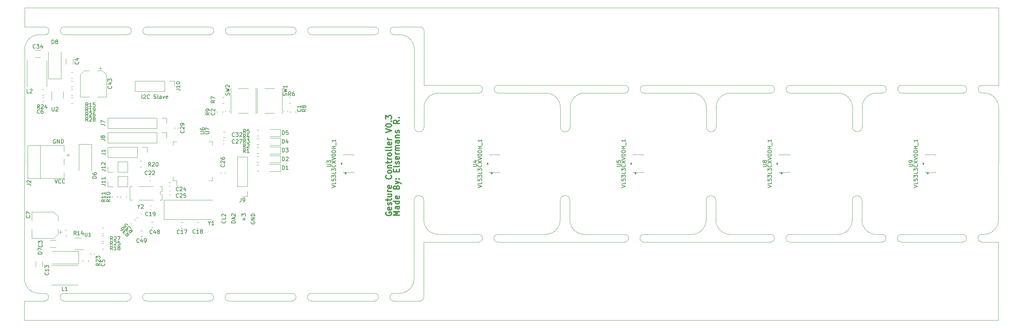
<source format=gbr>
%TF.GenerationSoftware,KiCad,Pcbnew,(6.0.2)*%
%TF.CreationDate,2022-03-24T13:25:50+01:00*%
%TF.ProjectId,GestureControl,47657374-7572-4654-936f-6e74726f6c2e,V0.3*%
%TF.SameCoordinates,PX1268e40PY7fa82d0*%
%TF.FileFunction,Legend,Top*%
%TF.FilePolarity,Positive*%
%FSLAX46Y46*%
G04 Gerber Fmt 4.6, Leading zero omitted, Abs format (unit mm)*
G04 Created by KiCad (PCBNEW (6.0.2)) date 2022-03-24 13:25:50*
%MOMM*%
%LPD*%
G01*
G04 APERTURE LIST*
%TA.AperFunction,Profile*%
%ADD10C,0.050000*%
%TD*%
%ADD11C,0.200000*%
%ADD12C,0.300000*%
%ADD13C,0.150000*%
%ADD14C,0.120000*%
%ADD15C,0.100000*%
G04 APERTURE END LIST*
D10*
X75110973Y70070376D02*
G75*
G03*
X75054000Y68072000I-56973J-998376D01*
G01*
X118674000Y52832000D02*
X108204000Y52832000D01*
X249930000Y54832000D02*
X254254000Y54832000D01*
X250380500Y15890000D02*
X249866500Y15890000D01*
X118610500Y13890000D02*
G75*
G03*
X118610500Y15890000I0J1000000D01*
G01*
X97980500Y508000D02*
G75*
G03*
X101790500Y4318000I1J3809999D01*
G01*
X104330500Y13890000D02*
X104330500Y-492000D01*
X32110973Y70070376D02*
X48554000Y70072000D01*
X222632500Y15890000D02*
X223866500Y15890000D01*
X123674000Y54832000D02*
X156774000Y54832000D01*
X194830000Y52832000D02*
G75*
G03*
X194830000Y54832000I0J1000000D01*
G01*
X139890500Y19700000D02*
X139890500Y24780000D01*
X139954000Y43942000D02*
G75*
G03*
X142494000Y43942000I1270000J19D01*
G01*
X244866500Y13890000D02*
X228866500Y13890000D01*
X180486915Y19656414D02*
G75*
G03*
X184296914Y15890000I3766659J-4D01*
G01*
X142494000Y49022000D02*
X142494000Y43942000D01*
X91554000Y68072000D02*
G75*
G03*
X91554000Y70072000I0J1000000D01*
G01*
X218650414Y49065586D02*
X218650414Y43985586D01*
X250380500Y15890000D02*
G75*
G03*
X254190500Y19700000I1J3809999D01*
G01*
X254000Y70072000D02*
X254000Y75072000D01*
X174136914Y15890000D02*
X161710500Y15890000D01*
X142430500Y24780000D02*
X142430500Y19700000D01*
X136144000Y52832000D02*
X123674000Y52832000D01*
X139954000Y49022000D02*
G75*
G03*
X136144000Y52832000I-3809999J1D01*
G01*
X103330500Y-1492000D02*
X96547473Y-1490376D01*
X4064000Y68072000D02*
G75*
G03*
X254000Y64262000I-1J-3809999D01*
G01*
X142430500Y24780000D02*
G75*
G03*
X139890500Y24780000I-1270000J-19D01*
G01*
X104330500Y24780019D02*
G75*
G03*
X101790500Y24780019I-1270000J-19D01*
G01*
X244866500Y13890000D02*
G75*
G03*
X244866500Y15890000I0J1000000D01*
G01*
X26990500Y508000D02*
X10490500Y508000D01*
X244930000Y52832000D02*
G75*
G03*
X244930000Y54832000I0J1000000D01*
G01*
X53490500Y508000D02*
G75*
G03*
X53547473Y-1490376I0J-1000000D01*
G01*
X142430500Y19700000D02*
G75*
G03*
X146240500Y15890000I3809999J-1D01*
G01*
X249930000Y54832000D02*
G75*
G03*
X249930000Y52832000I0J-1000000D01*
G01*
X216110414Y49065586D02*
G75*
G03*
X212300414Y52832000I-3766663J0D01*
G01*
X228930000Y54832000D02*
X244930000Y54832000D01*
X118610500Y13890000D02*
X104330500Y13890000D01*
X180486914Y24736414D02*
X180486914Y19656414D01*
X156774000Y52832000D02*
G75*
G03*
X156774000Y54832000I0J1000000D01*
G01*
X161774000Y54832000D02*
G75*
G03*
X161774000Y52832000I0J-1000000D01*
G01*
X101854000Y64262000D02*
G75*
G03*
X98044000Y68072000I-3809999J1D01*
G01*
X223930000Y54832000D02*
X199830000Y54832000D01*
X194766500Y13890000D02*
G75*
G03*
X194766500Y15890000I0J1000000D01*
G01*
X104330500Y24780019D02*
X104330500Y19700000D01*
X216110414Y43985586D02*
G75*
G03*
X218650414Y43985586I1270000J19D01*
G01*
X48490500Y-1492000D02*
X32047473Y-1490376D01*
X228930000Y54832000D02*
G75*
G03*
X228930000Y52832000I0J-1000000D01*
G01*
X177946914Y19656414D02*
X177946914Y24736414D01*
X69990500Y-1492000D02*
G75*
G03*
X69990500Y508000I0J1000000D01*
G01*
X254190500Y13890000D02*
X254190500Y-6492000D01*
X91490500Y-1492000D02*
X75047473Y-1490376D01*
X75110973Y70070376D02*
X91554000Y70072000D01*
X212236914Y15890000D02*
G75*
G03*
X216046914Y19656414I43337J3766414D01*
G01*
X223930000Y52832000D02*
G75*
G03*
X223930000Y54832000I0J1000000D01*
G01*
X104394000Y54832000D02*
X118674000Y54832000D01*
X254254000Y75072000D02*
X254254000Y54832000D01*
X91490500Y-1492000D02*
G75*
G03*
X91490500Y508000I0J1000000D01*
G01*
X146240500Y15890000D02*
X156710500Y15890000D01*
X194830000Y52832000D02*
X184360414Y52832000D01*
X218586914Y24736414D02*
X218586914Y19656414D01*
X178010414Y43985586D02*
G75*
G03*
X180550414Y43985586I1270000J19D01*
G01*
X48554000Y68072000D02*
G75*
G03*
X48554000Y70072000I0J1000000D01*
G01*
X146304000Y52832000D02*
G75*
G03*
X142494000Y49022000I-1J-3809999D01*
G01*
X4064000Y68072000D02*
X5554000Y68072000D01*
X96490500Y508000D02*
G75*
G03*
X96547473Y-1490376I0J-1000000D01*
G01*
X108204000Y52832000D02*
G75*
G03*
X104394000Y49022000I-1J-3809999D01*
G01*
X123674000Y54832000D02*
G75*
G03*
X123674000Y52832000I0J-1000000D01*
G01*
X32110973Y70070376D02*
G75*
G03*
X32054000Y68072000I-56973J-998376D01*
G01*
X5490500Y508000D02*
X4000500Y508000D01*
X161774000Y54832000D02*
X194830000Y54832000D01*
X244930000Y52832000D02*
X228930000Y52832000D01*
X178010414Y49065586D02*
G75*
G03*
X174200414Y52832000I-3766663J0D01*
G01*
X10554000Y68072000D02*
X27054000Y68072000D01*
X254000Y70072000D02*
X5554000Y70072000D01*
X69990500Y508000D02*
X53490500Y508000D01*
X161774000Y52832000D02*
X174200414Y52832000D01*
X180486914Y24736414D02*
G75*
G03*
X177946914Y24736414I-1270000J-19D01*
G01*
X254190500Y19700000D02*
X254254000Y49022000D01*
X199830000Y52832000D02*
X212300414Y52832000D01*
X97980500Y508000D02*
X96490500Y508000D01*
X218586913Y19656414D02*
G75*
G03*
X222632500Y15890000I3776044J-3D01*
G01*
X75054000Y68072000D02*
X91554000Y68072000D01*
X53610973Y70070376D02*
X70054000Y70072000D01*
X5490500Y-1492000D02*
G75*
G03*
X5490500Y508000I0J1000000D01*
G01*
X254000Y75072000D02*
X254254000Y75072000D01*
X254190500Y13890000D02*
X249866500Y13890000D01*
X228866500Y15890000D02*
G75*
G03*
X228866500Y13890000I0J-1000000D01*
G01*
X91490500Y508000D02*
X74990500Y508000D01*
X161710500Y15890000D02*
G75*
G03*
X161710500Y13890000I0J-1000000D01*
G01*
X156710500Y13890000D02*
G75*
G03*
X156710500Y15890000I0J1000000D01*
G01*
X123610500Y15890000D02*
G75*
G03*
X123610500Y13890000I0J-1000000D01*
G01*
X27054000Y68072000D02*
G75*
G03*
X27054000Y70072000I0J1000000D01*
G01*
X254254000Y49022000D02*
G75*
G03*
X250444000Y52832000I-3809999J1D01*
G01*
X96610973Y70070376D02*
G75*
G03*
X96554000Y68072000I-56973J-998376D01*
G01*
X199766500Y15890000D02*
G75*
G03*
X199766500Y13890000I0J-1000000D01*
G01*
X5554000Y68072000D02*
G75*
G03*
X5554000Y70072000I0J1000000D01*
G01*
X48490500Y508000D02*
X31990500Y508000D01*
X118674000Y52832000D02*
G75*
G03*
X118674000Y54832000I0J1000000D01*
G01*
X184296914Y15890000D02*
X194766500Y15890000D01*
X184360414Y52832000D02*
G75*
G03*
X180550414Y49065586I-43339J-3766412D01*
G01*
X53554000Y68072000D02*
X70054000Y68072000D01*
X103330500Y-1492000D02*
G75*
G03*
X104330500Y-492000I1J999999D01*
G01*
X222504000Y52832000D02*
G75*
G03*
X218650414Y49065586I-86192J-3766408D01*
G01*
X223866500Y13890000D02*
G75*
G03*
X223866500Y15890000I0J1000000D01*
G01*
X104330500Y19700000D02*
G75*
G03*
X108140500Y15890000I3809999J-1D01*
G01*
X199766500Y13890000D02*
X223866500Y13890000D01*
X190500Y4318000D02*
G75*
G03*
X4000500Y508000I3809999J-1D01*
G01*
X101790500Y4318000D02*
X101790500Y24780019D01*
X199830000Y54832000D02*
G75*
G03*
X199830000Y52832000I0J-1000000D01*
G01*
X10610973Y70070376D02*
X27054000Y70072000D01*
X69990500Y-1492000D02*
X53547473Y-1490376D01*
X249866500Y15890000D02*
G75*
G03*
X249866500Y13890000I0J-1000000D01*
G01*
X178010414Y43985586D02*
X178010414Y49065586D01*
X32054000Y68072000D02*
X48554000Y68072000D01*
X104394000Y69072000D02*
X104394000Y54832000D01*
X180550414Y49065586D02*
X180550414Y43985586D01*
X53610973Y70070376D02*
G75*
G03*
X53554000Y68072000I-56973J-998376D01*
G01*
X156774000Y52832000D02*
X146304000Y52832000D01*
X74990500Y508000D02*
G75*
G03*
X75047473Y-1490376I0J-1000000D01*
G01*
X174136914Y15890000D02*
G75*
G03*
X177946914Y19656414I43337J3766414D01*
G01*
X249930000Y52832000D02*
X250444000Y52832000D01*
X228866500Y15890000D02*
X244866500Y15890000D01*
X136080500Y15890000D02*
G75*
G03*
X139890500Y19700000I1J3809999D01*
G01*
X190500Y-6492000D02*
X190500Y-1492000D01*
X108140500Y15890000D02*
X118610500Y15890000D01*
X139954000Y43942000D02*
X139954000Y49022000D01*
X5490500Y-1492000D02*
X190500Y-1492000D01*
X216046914Y19656414D02*
X216046914Y24736414D01*
X194766500Y13890000D02*
X161710500Y13890000D01*
X26990500Y-1492000D02*
X10547473Y-1490376D01*
X10610973Y70070376D02*
G75*
G03*
X10554000Y68072000I-56973J-998376D01*
G01*
X254190500Y-6492000D02*
X190500Y-6492000D01*
X218586914Y24736414D02*
G75*
G03*
X216046914Y24736414I-1270000J-19D01*
G01*
X101854000Y43941981D02*
X101854000Y64262000D01*
X48490500Y-1492000D02*
G75*
G03*
X48490500Y508000I0J1000000D01*
G01*
X96554000Y68072000D02*
X98044000Y68072000D01*
X26990500Y-1492000D02*
G75*
G03*
X26990500Y508000I0J1000000D01*
G01*
X70054000Y68072000D02*
G75*
G03*
X70054000Y70072000I0J1000000D01*
G01*
X104394000Y69072000D02*
G75*
G03*
X103394000Y70072000I-999999J1D01*
G01*
X156710500Y13890000D02*
X123610500Y13890000D01*
X104394000Y49022000D02*
X104394000Y43941981D01*
X10490500Y508000D02*
G75*
G03*
X10547473Y-1490376I0J-1000000D01*
G01*
X190500Y4318000D02*
X254000Y64262000D01*
X96610973Y70070376D02*
X103394000Y70072000D01*
X31990500Y508000D02*
G75*
G03*
X32047473Y-1490376I0J-1000000D01*
G01*
X212236914Y15890000D02*
X199766500Y15890000D01*
X223930000Y52832000D02*
X222504000Y52832000D01*
X123610500Y15890000D02*
X136080500Y15890000D01*
X216110414Y43985586D02*
X216110414Y49065586D01*
X101854000Y43941981D02*
G75*
G03*
X104394000Y43941981I1270000J19D01*
G01*
D11*
X52554142Y19481524D02*
X52601761Y19433905D01*
X52649380Y19291048D01*
X52649380Y19195810D01*
X52601761Y19052953D01*
X52506523Y18957715D01*
X52411285Y18910096D01*
X52220809Y18862477D01*
X52077952Y18862477D01*
X51887476Y18910096D01*
X51792238Y18957715D01*
X51697000Y19052953D01*
X51649380Y19195810D01*
X51649380Y19291048D01*
X51697000Y19433905D01*
X51744619Y19481524D01*
X52649380Y20386286D02*
X52649380Y19910096D01*
X51649380Y19910096D01*
X51744619Y20672000D02*
X51697000Y20719620D01*
X51649380Y20814858D01*
X51649380Y21052953D01*
X51697000Y21148191D01*
X51744619Y21195810D01*
X51839857Y21243429D01*
X51935095Y21243429D01*
X52077952Y21195810D01*
X52649380Y20624381D01*
X52649380Y21243429D01*
X8257904Y40632000D02*
X8162666Y40679620D01*
X8019809Y40679620D01*
X7876952Y40632000D01*
X7781714Y40536762D01*
X7734095Y40441524D01*
X7686476Y40251048D01*
X7686476Y40108191D01*
X7734095Y39917715D01*
X7781714Y39822477D01*
X7876952Y39727239D01*
X8019809Y39679620D01*
X8115047Y39679620D01*
X8257904Y39727239D01*
X8305523Y39774858D01*
X8305523Y40108191D01*
X8115047Y40108191D01*
X8734095Y39679620D02*
X8734095Y40679620D01*
X9305523Y39679620D01*
X9305523Y40679620D01*
X9781714Y39679620D02*
X9781714Y40679620D01*
X10019809Y40679620D01*
X10162666Y40632000D01*
X10257904Y40536762D01*
X10305523Y40441524D01*
X10353142Y40251048D01*
X10353142Y40108191D01*
X10305523Y39917715D01*
X10257904Y39822477D01*
X10162666Y39727239D01*
X10019809Y39679620D01*
X9781714Y39679620D01*
X8099238Y30265620D02*
X8432571Y29265620D01*
X8765904Y30265620D01*
X9670666Y29360858D02*
X9623047Y29313239D01*
X9480190Y29265620D01*
X9384952Y29265620D01*
X9242095Y29313239D01*
X9146857Y29408477D01*
X9099238Y29503715D01*
X9051619Y29694191D01*
X9051619Y29837048D01*
X9099238Y30027524D01*
X9146857Y30122762D01*
X9242095Y30218000D01*
X9384952Y30265620D01*
X9480190Y30265620D01*
X9623047Y30218000D01*
X9670666Y30170381D01*
X10670666Y29360858D02*
X10623047Y29313239D01*
X10480190Y29265620D01*
X10384952Y29265620D01*
X10242095Y29313239D01*
X10146857Y29408477D01*
X10099238Y29503715D01*
X10051619Y29694191D01*
X10051619Y29837048D01*
X10099238Y30027524D01*
X10146857Y30122762D01*
X10242095Y30218000D01*
X10384952Y30265620D01*
X10480190Y30265620D01*
X10623047Y30218000D01*
X10670666Y30170381D01*
D12*
X94500000Y21657858D02*
X94428571Y21515000D01*
X94428571Y21300715D01*
X94500000Y21086429D01*
X94642857Y20943572D01*
X94785714Y20872143D01*
X95071428Y20800715D01*
X95285714Y20800715D01*
X95571428Y20872143D01*
X95714285Y20943572D01*
X95857142Y21086429D01*
X95928571Y21300715D01*
X95928571Y21443572D01*
X95857142Y21657858D01*
X95785714Y21729286D01*
X95285714Y21729286D01*
X95285714Y21443572D01*
X95857142Y22943572D02*
X95928571Y22800715D01*
X95928571Y22515000D01*
X95857142Y22372143D01*
X95714285Y22300715D01*
X95142857Y22300715D01*
X95000000Y22372143D01*
X94928571Y22515000D01*
X94928571Y22800715D01*
X95000000Y22943572D01*
X95142857Y23015000D01*
X95285714Y23015000D01*
X95428571Y22300715D01*
X95857142Y23586429D02*
X95928571Y23729286D01*
X95928571Y24015000D01*
X95857142Y24157858D01*
X95714285Y24229286D01*
X95642857Y24229286D01*
X95500000Y24157858D01*
X95428571Y24015000D01*
X95428571Y23800715D01*
X95357142Y23657858D01*
X95214285Y23586429D01*
X95142857Y23586429D01*
X95000000Y23657858D01*
X94928571Y23800715D01*
X94928571Y24015000D01*
X95000000Y24157858D01*
X94928571Y24657858D02*
X94928571Y25229286D01*
X94428571Y24872143D02*
X95714285Y24872143D01*
X95857142Y24943572D01*
X95928571Y25086429D01*
X95928571Y25229286D01*
X94928571Y26372143D02*
X95928571Y26372143D01*
X94928571Y25729286D02*
X95714285Y25729286D01*
X95857142Y25800715D01*
X95928571Y25943572D01*
X95928571Y26157858D01*
X95857142Y26300715D01*
X95785714Y26372143D01*
X95928571Y27086429D02*
X94928571Y27086429D01*
X95214285Y27086429D02*
X95071428Y27157858D01*
X95000000Y27229286D01*
X94928571Y27372143D01*
X94928571Y27515000D01*
X95857142Y28586429D02*
X95928571Y28443572D01*
X95928571Y28157858D01*
X95857142Y28015000D01*
X95714285Y27943572D01*
X95142857Y27943572D01*
X95000000Y28015000D01*
X94928571Y28157858D01*
X94928571Y28443572D01*
X95000000Y28586429D01*
X95142857Y28657858D01*
X95285714Y28657858D01*
X95428571Y27943572D01*
X95785714Y31300715D02*
X95857142Y31229286D01*
X95928571Y31015000D01*
X95928571Y30872143D01*
X95857142Y30657858D01*
X95714285Y30515000D01*
X95571428Y30443572D01*
X95285714Y30372143D01*
X95071428Y30372143D01*
X94785714Y30443572D01*
X94642857Y30515000D01*
X94500000Y30657858D01*
X94428571Y30872143D01*
X94428571Y31015000D01*
X94500000Y31229286D01*
X94571428Y31300715D01*
X95928571Y32157858D02*
X95857142Y32015000D01*
X95785714Y31943572D01*
X95642857Y31872143D01*
X95214285Y31872143D01*
X95071428Y31943572D01*
X95000000Y32015000D01*
X94928571Y32157858D01*
X94928571Y32372143D01*
X95000000Y32515000D01*
X95071428Y32586429D01*
X95214285Y32657858D01*
X95642857Y32657858D01*
X95785714Y32586429D01*
X95857142Y32515000D01*
X95928571Y32372143D01*
X95928571Y32157858D01*
X94928571Y33300715D02*
X95928571Y33300715D01*
X95071428Y33300715D02*
X95000000Y33372143D01*
X94928571Y33515000D01*
X94928571Y33729286D01*
X95000000Y33872143D01*
X95142857Y33943572D01*
X95928571Y33943572D01*
X94928571Y34443572D02*
X94928571Y35015000D01*
X94428571Y34657858D02*
X95714285Y34657858D01*
X95857142Y34729286D01*
X95928571Y34872143D01*
X95928571Y35015000D01*
X95928571Y35515000D02*
X94928571Y35515000D01*
X95214285Y35515000D02*
X95071428Y35586429D01*
X95000000Y35657858D01*
X94928571Y35800715D01*
X94928571Y35943572D01*
X95928571Y36657858D02*
X95857142Y36515000D01*
X95785714Y36443572D01*
X95642857Y36372143D01*
X95214285Y36372143D01*
X95071428Y36443572D01*
X95000000Y36515000D01*
X94928571Y36657858D01*
X94928571Y36872143D01*
X95000000Y37015000D01*
X95071428Y37086429D01*
X95214285Y37157858D01*
X95642857Y37157858D01*
X95785714Y37086429D01*
X95857142Y37015000D01*
X95928571Y36872143D01*
X95928571Y36657858D01*
X95928571Y38015000D02*
X95857142Y37872143D01*
X95714285Y37800715D01*
X94428571Y37800715D01*
X95928571Y38800715D02*
X95857142Y38657858D01*
X95714285Y38586429D01*
X94428571Y38586429D01*
X95857142Y39943572D02*
X95928571Y39800715D01*
X95928571Y39515000D01*
X95857142Y39372143D01*
X95714285Y39300715D01*
X95142857Y39300715D01*
X95000000Y39372143D01*
X94928571Y39515000D01*
X94928571Y39800715D01*
X95000000Y39943572D01*
X95142857Y40015000D01*
X95285714Y40015000D01*
X95428571Y39300715D01*
X95928571Y40657858D02*
X94928571Y40657858D01*
X95214285Y40657858D02*
X95071428Y40729286D01*
X95000000Y40800715D01*
X94928571Y40943572D01*
X94928571Y41086429D01*
X94428571Y42515000D02*
X95928571Y43015000D01*
X94428571Y43515000D01*
X94428571Y44300715D02*
X94428571Y44443572D01*
X94500000Y44586429D01*
X94571428Y44657858D01*
X94714285Y44729286D01*
X95000000Y44800715D01*
X95357142Y44800715D01*
X95642857Y44729286D01*
X95785714Y44657858D01*
X95857142Y44586429D01*
X95928571Y44443572D01*
X95928571Y44300715D01*
X95857142Y44157858D01*
X95785714Y44086429D01*
X95642857Y44015000D01*
X95357142Y43943572D01*
X95000000Y43943572D01*
X94714285Y44015000D01*
X94571428Y44086429D01*
X94500000Y44157858D01*
X94428571Y44300715D01*
X95785714Y45443572D02*
X95857142Y45515000D01*
X95928571Y45443572D01*
X95857142Y45372143D01*
X95785714Y45443572D01*
X95928571Y45443572D01*
X94428571Y46015000D02*
X94428571Y46943572D01*
X95000000Y46443572D01*
X95000000Y46657858D01*
X95071428Y46800715D01*
X95142857Y46872143D01*
X95285714Y46943572D01*
X95642857Y46943572D01*
X95785714Y46872143D01*
X95857142Y46800715D01*
X95928571Y46657858D01*
X95928571Y46229286D01*
X95857142Y46086429D01*
X95785714Y46015000D01*
D11*
X59317000Y19179905D02*
X59269380Y19084667D01*
X59269380Y18941810D01*
X59317000Y18798953D01*
X59412238Y18703715D01*
X59507476Y18656096D01*
X59697952Y18608477D01*
X59840809Y18608477D01*
X60031285Y18656096D01*
X60126523Y18703715D01*
X60221761Y18798953D01*
X60269380Y18941810D01*
X60269380Y19037048D01*
X60221761Y19179905D01*
X60174142Y19227524D01*
X59840809Y19227524D01*
X59840809Y19037048D01*
X60269380Y19656096D02*
X59269380Y19656096D01*
X60269380Y20227524D01*
X59269380Y20227524D01*
X60269380Y20703715D02*
X59269380Y20703715D01*
X59269380Y20941810D01*
X59317000Y21084667D01*
X59412238Y21179905D01*
X59507476Y21227524D01*
X59697952Y21275143D01*
X59840809Y21275143D01*
X60031285Y21227524D01*
X60126523Y21179905D01*
X60221761Y21084667D01*
X60269380Y20941810D01*
X60269380Y20703715D01*
D12*
X97960571Y20872143D02*
X96460571Y20872143D01*
X97532000Y21372143D01*
X96460571Y21872143D01*
X97960571Y21872143D01*
X97960571Y23229286D02*
X97174857Y23229286D01*
X97032000Y23157858D01*
X96960571Y23015000D01*
X96960571Y22729286D01*
X97032000Y22586429D01*
X97889142Y23229286D02*
X97960571Y23086429D01*
X97960571Y22729286D01*
X97889142Y22586429D01*
X97746285Y22515000D01*
X97603428Y22515000D01*
X97460571Y22586429D01*
X97389142Y22729286D01*
X97389142Y23086429D01*
X97317714Y23229286D01*
X97960571Y24586429D02*
X96460571Y24586429D01*
X97889142Y24586429D02*
X97960571Y24443572D01*
X97960571Y24157858D01*
X97889142Y24015000D01*
X97817714Y23943572D01*
X97674857Y23872143D01*
X97246285Y23872143D01*
X97103428Y23943572D01*
X97032000Y24015000D01*
X96960571Y24157858D01*
X96960571Y24443572D01*
X97032000Y24586429D01*
X97889142Y25872143D02*
X97960571Y25729286D01*
X97960571Y25443572D01*
X97889142Y25300715D01*
X97746285Y25229286D01*
X97174857Y25229286D01*
X97032000Y25300715D01*
X96960571Y25443572D01*
X96960571Y25729286D01*
X97032000Y25872143D01*
X97174857Y25943572D01*
X97317714Y25943572D01*
X97460571Y25229286D01*
X97174857Y28229286D02*
X97246285Y28443572D01*
X97317714Y28515000D01*
X97460571Y28586429D01*
X97674857Y28586429D01*
X97817714Y28515000D01*
X97889142Y28443572D01*
X97960571Y28300715D01*
X97960571Y27729286D01*
X96460571Y27729286D01*
X96460571Y28229286D01*
X96532000Y28372143D01*
X96603428Y28443572D01*
X96746285Y28515000D01*
X96889142Y28515000D01*
X97032000Y28443572D01*
X97103428Y28372143D01*
X97174857Y28229286D01*
X97174857Y27729286D01*
X96960571Y29086429D02*
X97960571Y29443572D01*
X96960571Y29800715D02*
X97960571Y29443572D01*
X98317714Y29300715D01*
X98389142Y29229286D01*
X98460571Y29086429D01*
X97817714Y30372143D02*
X97889142Y30443572D01*
X97960571Y30372143D01*
X97889142Y30300715D01*
X97817714Y30372143D01*
X97960571Y30372143D01*
X97032000Y30372143D02*
X97103428Y30443572D01*
X97174857Y30372143D01*
X97103428Y30300715D01*
X97032000Y30372143D01*
X97174857Y30372143D01*
X97174857Y32229286D02*
X97174857Y32729286D01*
X97960571Y32943572D02*
X97960571Y32229286D01*
X96460571Y32229286D01*
X96460571Y32943572D01*
X97960571Y33800715D02*
X97889142Y33657858D01*
X97746285Y33586429D01*
X96460571Y33586429D01*
X97889142Y34300715D02*
X97960571Y34443572D01*
X97960571Y34729286D01*
X97889142Y34872143D01*
X97746285Y34943572D01*
X97674857Y34943572D01*
X97532000Y34872143D01*
X97460571Y34729286D01*
X97460571Y34515000D01*
X97389142Y34372143D01*
X97246285Y34300715D01*
X97174857Y34300715D01*
X97032000Y34372143D01*
X96960571Y34515000D01*
X96960571Y34729286D01*
X97032000Y34872143D01*
X97889142Y36157858D02*
X97960571Y36015000D01*
X97960571Y35729286D01*
X97889142Y35586429D01*
X97746285Y35515000D01*
X97174857Y35515000D01*
X97032000Y35586429D01*
X96960571Y35729286D01*
X96960571Y36015000D01*
X97032000Y36157858D01*
X97174857Y36229286D01*
X97317714Y36229286D01*
X97460571Y35515000D01*
X97960571Y36872143D02*
X96960571Y36872143D01*
X97246285Y36872143D02*
X97103428Y36943572D01*
X97032000Y37015000D01*
X96960571Y37157858D01*
X96960571Y37300715D01*
X97960571Y37800715D02*
X96960571Y37800715D01*
X97103428Y37800715D02*
X97032000Y37872143D01*
X96960571Y38015000D01*
X96960571Y38229286D01*
X97032000Y38372143D01*
X97174857Y38443572D01*
X97960571Y38443572D01*
X97174857Y38443572D02*
X97032000Y38515000D01*
X96960571Y38657858D01*
X96960571Y38872143D01*
X97032000Y39015000D01*
X97174857Y39086429D01*
X97960571Y39086429D01*
X97960571Y40443572D02*
X97174857Y40443572D01*
X97032000Y40372143D01*
X96960571Y40229286D01*
X96960571Y39943572D01*
X97032000Y39800715D01*
X97889142Y40443572D02*
X97960571Y40300715D01*
X97960571Y39943572D01*
X97889142Y39800715D01*
X97746285Y39729286D01*
X97603428Y39729286D01*
X97460571Y39800715D01*
X97389142Y39943572D01*
X97389142Y40300715D01*
X97317714Y40443572D01*
X96960571Y41157858D02*
X97960571Y41157858D01*
X97103428Y41157858D02*
X97032000Y41229286D01*
X96960571Y41372143D01*
X96960571Y41586429D01*
X97032000Y41729286D01*
X97174857Y41800715D01*
X97960571Y41800715D01*
X97889142Y42443572D02*
X97960571Y42586429D01*
X97960571Y42872143D01*
X97889142Y43015000D01*
X97746285Y43086429D01*
X97674857Y43086429D01*
X97532000Y43015000D01*
X97460571Y42872143D01*
X97460571Y42657858D01*
X97389142Y42515000D01*
X97246285Y42443572D01*
X97174857Y42443572D01*
X97032000Y42515000D01*
X96960571Y42657858D01*
X96960571Y42872143D01*
X97032000Y43015000D01*
X97960571Y45729286D02*
X97246285Y45229286D01*
X97960571Y44872143D02*
X96460571Y44872143D01*
X96460571Y45443572D01*
X96532000Y45586429D01*
X96603428Y45657858D01*
X96746285Y45729286D01*
X96960571Y45729286D01*
X97103428Y45657858D01*
X97174857Y45586429D01*
X97246285Y45443572D01*
X97246285Y44872143D01*
X97817714Y46372143D02*
X97889142Y46443572D01*
X97960571Y46372143D01*
X97889142Y46300715D01*
X97817714Y46372143D01*
X97960571Y46372143D01*
D11*
X30805857Y51363620D02*
X30805857Y52363620D01*
X31234428Y52268381D02*
X31282047Y52316000D01*
X31377285Y52363620D01*
X31615380Y52363620D01*
X31710619Y52316000D01*
X31758238Y52268381D01*
X31805857Y52173143D01*
X31805857Y52077905D01*
X31758238Y51935048D01*
X31186809Y51363620D01*
X31805857Y51363620D01*
X32805857Y51458858D02*
X32758238Y51411239D01*
X32615380Y51363620D01*
X32520142Y51363620D01*
X32377285Y51411239D01*
X32282047Y51506477D01*
X32234428Y51601715D01*
X32186809Y51792191D01*
X32186809Y51935048D01*
X32234428Y52125524D01*
X32282047Y52220762D01*
X32377285Y52316000D01*
X32520142Y52363620D01*
X32615380Y52363620D01*
X32758238Y52316000D01*
X32805857Y52268381D01*
X33948714Y51411239D02*
X34091571Y51363620D01*
X34329666Y51363620D01*
X34424904Y51411239D01*
X34472523Y51458858D01*
X34520142Y51554096D01*
X34520142Y51649334D01*
X34472523Y51744572D01*
X34424904Y51792191D01*
X34329666Y51839810D01*
X34139190Y51887429D01*
X34043952Y51935048D01*
X33996333Y51982667D01*
X33948714Y52077905D01*
X33948714Y52173143D01*
X33996333Y52268381D01*
X34043952Y52316000D01*
X34139190Y52363620D01*
X34377285Y52363620D01*
X34520142Y52316000D01*
X35091571Y51363620D02*
X34996333Y51411239D01*
X34948714Y51506477D01*
X34948714Y52363620D01*
X35901095Y51363620D02*
X35901095Y51887429D01*
X35853476Y51982667D01*
X35758238Y52030286D01*
X35567761Y52030286D01*
X35472523Y51982667D01*
X35901095Y51411239D02*
X35805857Y51363620D01*
X35567761Y51363620D01*
X35472523Y51411239D01*
X35424904Y51506477D01*
X35424904Y51601715D01*
X35472523Y51696953D01*
X35567761Y51744572D01*
X35805857Y51744572D01*
X35901095Y51792191D01*
X36282047Y52030286D02*
X36520142Y51363620D01*
X36758238Y52030286D01*
X37520142Y51411239D02*
X37424904Y51363620D01*
X37234428Y51363620D01*
X37139190Y51411239D01*
X37091571Y51506477D01*
X37091571Y51887429D01*
X37139190Y51982667D01*
X37234428Y52030286D01*
X37424904Y52030286D01*
X37520142Y51982667D01*
X37567761Y51887429D01*
X37567761Y51792191D01*
X37091571Y51696953D01*
X57475428Y19545096D02*
X57475428Y20307000D01*
X57856380Y19926048D02*
X57094476Y19926048D01*
X56856380Y20687953D02*
X56856380Y21307000D01*
X57237333Y20973667D01*
X57237333Y21116524D01*
X57284952Y21211762D01*
X57332571Y21259381D01*
X57427809Y21307000D01*
X57665904Y21307000D01*
X57761142Y21259381D01*
X57808761Y21211762D01*
X57856380Y21116524D01*
X57856380Y20830810D01*
X57808761Y20735572D01*
X57761142Y20687953D01*
X55189380Y18910096D02*
X54189380Y18910096D01*
X54189380Y19148191D01*
X54237000Y19291048D01*
X54332238Y19386286D01*
X54427476Y19433905D01*
X54617952Y19481524D01*
X54760809Y19481524D01*
X54951285Y19433905D01*
X55046523Y19386286D01*
X55141761Y19291048D01*
X55189380Y19148191D01*
X55189380Y18910096D01*
X54903666Y19862477D02*
X54903666Y20338667D01*
X55189380Y19767239D02*
X54189380Y20100572D01*
X55189380Y20433905D01*
X54284619Y20719620D02*
X54237000Y20767239D01*
X54189380Y20862477D01*
X54189380Y21100572D01*
X54237000Y21195810D01*
X54284619Y21243429D01*
X54379857Y21291048D01*
X54475095Y21291048D01*
X54617952Y21243429D01*
X55189380Y20672000D01*
X55189380Y21291048D01*
D13*
%TO.C,C2*%
X49760142Y47712334D02*
X49807761Y47664715D01*
X49855380Y47521858D01*
X49855380Y47426620D01*
X49807761Y47283762D01*
X49712523Y47188524D01*
X49617285Y47140905D01*
X49426809Y47093286D01*
X49283952Y47093286D01*
X49093476Y47140905D01*
X48998238Y47188524D01*
X48903000Y47283762D01*
X48855380Y47426620D01*
X48855380Y47521858D01*
X48903000Y47664715D01*
X48950619Y47712334D01*
X48950619Y48093286D02*
X48903000Y48140905D01*
X48855380Y48236143D01*
X48855380Y48474239D01*
X48903000Y48569477D01*
X48950619Y48617096D01*
X49045857Y48664715D01*
X49141095Y48664715D01*
X49283952Y48617096D01*
X49855380Y48045667D01*
X49855380Y48664715D01*
%TO.C,C7*%
X1544642Y20839334D02*
X1592261Y20791715D01*
X1639880Y20648858D01*
X1639880Y20553620D01*
X1592261Y20410762D01*
X1497023Y20315524D01*
X1401785Y20267905D01*
X1211309Y20220286D01*
X1068452Y20220286D01*
X877976Y20267905D01*
X782738Y20315524D01*
X687500Y20410762D01*
X639880Y20553620D01*
X639880Y20648858D01*
X687500Y20791715D01*
X735119Y20839334D01*
X639880Y21172667D02*
X639880Y21839334D01*
X1639880Y21410762D01*
%TO.C,C17*%
X40626632Y16158368D02*
X40579013Y16110749D01*
X40436156Y16063130D01*
X40340918Y16063130D01*
X40198061Y16110749D01*
X40102823Y16205987D01*
X40055204Y16301225D01*
X40007585Y16491701D01*
X40007585Y16634558D01*
X40055204Y16825034D01*
X40102823Y16920272D01*
X40198061Y17015510D01*
X40340918Y17063130D01*
X40436156Y17063130D01*
X40579013Y17015510D01*
X40626632Y16967891D01*
X41579013Y16063130D02*
X41007585Y16063130D01*
X41293299Y16063130D02*
X41293299Y17063130D01*
X41198061Y16920272D01*
X41102823Y16825034D01*
X41007585Y16777415D01*
X41912347Y17063130D02*
X42579013Y17063130D01*
X42150442Y16063130D01*
%TO.C,C18*%
X44712132Y16256368D02*
X44664513Y16208749D01*
X44521656Y16161130D01*
X44426418Y16161130D01*
X44283561Y16208749D01*
X44188323Y16303987D01*
X44140704Y16399225D01*
X44093085Y16589701D01*
X44093085Y16732558D01*
X44140704Y16923034D01*
X44188323Y17018272D01*
X44283561Y17113510D01*
X44426418Y17161130D01*
X44521656Y17161130D01*
X44664513Y17113510D01*
X44712132Y17065891D01*
X45664513Y16161130D02*
X45093085Y16161130D01*
X45378799Y16161130D02*
X45378799Y17161130D01*
X45283561Y17018272D01*
X45188323Y16923034D01*
X45093085Y16875415D01*
X46235942Y16732558D02*
X46140704Y16780177D01*
X46093085Y16827796D01*
X46045466Y16923034D01*
X46045466Y16970653D01*
X46093085Y17065891D01*
X46140704Y17113510D01*
X46235942Y17161130D01*
X46426418Y17161130D01*
X46521656Y17113510D01*
X46569275Y17065891D01*
X46616894Y16970653D01*
X46616894Y16923034D01*
X46569275Y16827796D01*
X46521656Y16780177D01*
X46426418Y16732558D01*
X46235942Y16732558D01*
X46140704Y16684939D01*
X46093085Y16637320D01*
X46045466Y16542082D01*
X46045466Y16351606D01*
X46093085Y16256368D01*
X46140704Y16208749D01*
X46235942Y16161130D01*
X46426418Y16161130D01*
X46521656Y16208749D01*
X46569275Y16256368D01*
X46616894Y16351606D01*
X46616894Y16542082D01*
X46569275Y16637320D01*
X46521656Y16684939D01*
X46426418Y16732558D01*
%TO.C,C19*%
X32398132Y20851858D02*
X32350513Y20804239D01*
X32207656Y20756620D01*
X32112418Y20756620D01*
X31969561Y20804239D01*
X31874323Y20899477D01*
X31826704Y20994715D01*
X31779085Y21185191D01*
X31779085Y21328048D01*
X31826704Y21518524D01*
X31874323Y21613762D01*
X31969561Y21709000D01*
X32112418Y21756620D01*
X32207656Y21756620D01*
X32350513Y21709000D01*
X32398132Y21661381D01*
X33350513Y20756620D02*
X32779085Y20756620D01*
X33064799Y20756620D02*
X33064799Y21756620D01*
X32969561Y21613762D01*
X32874323Y21518524D01*
X32779085Y21470905D01*
X33826704Y20756620D02*
X34017180Y20756620D01*
X34112418Y20804239D01*
X34160037Y20851858D01*
X34255275Y20994715D01*
X34302894Y21185191D01*
X34302894Y21566143D01*
X34255275Y21661381D01*
X34207656Y21709000D01*
X34112418Y21756620D01*
X33921942Y21756620D01*
X33826704Y21709000D01*
X33779085Y21661381D01*
X33731466Y21566143D01*
X33731466Y21328048D01*
X33779085Y21232810D01*
X33826704Y21185191D01*
X33921942Y21137572D01*
X34112418Y21137572D01*
X34207656Y21185191D01*
X34255275Y21232810D01*
X34302894Y21328048D01*
%TO.C,C22*%
X32244632Y31558368D02*
X32197013Y31510749D01*
X32054156Y31463130D01*
X31958918Y31463130D01*
X31816061Y31510749D01*
X31720823Y31605987D01*
X31673204Y31701225D01*
X31625585Y31891701D01*
X31625585Y32034558D01*
X31673204Y32225034D01*
X31720823Y32320272D01*
X31816061Y32415510D01*
X31958918Y32463130D01*
X32054156Y32463130D01*
X32197013Y32415510D01*
X32244632Y32367891D01*
X32625585Y32367891D02*
X32673204Y32415510D01*
X32768442Y32463130D01*
X33006537Y32463130D01*
X33101775Y32415510D01*
X33149394Y32367891D01*
X33197013Y32272653D01*
X33197013Y32177415D01*
X33149394Y32034558D01*
X32577966Y31463130D01*
X33197013Y31463130D01*
X33577966Y32367891D02*
X33625585Y32415510D01*
X33720823Y32463130D01*
X33958918Y32463130D01*
X34054156Y32415510D01*
X34101775Y32367891D01*
X34149394Y32272653D01*
X34149394Y32177415D01*
X34101775Y32034558D01*
X33530347Y31463130D01*
X34149394Y31463130D01*
%TO.C,C24*%
X40372632Y27330858D02*
X40325013Y27283239D01*
X40182156Y27235620D01*
X40086918Y27235620D01*
X39944061Y27283239D01*
X39848823Y27378477D01*
X39801204Y27473715D01*
X39753585Y27664191D01*
X39753585Y27807048D01*
X39801204Y27997524D01*
X39848823Y28092762D01*
X39944061Y28188000D01*
X40086918Y28235620D01*
X40182156Y28235620D01*
X40325013Y28188000D01*
X40372632Y28140381D01*
X40753585Y28140381D02*
X40801204Y28188000D01*
X40896442Y28235620D01*
X41134537Y28235620D01*
X41229775Y28188000D01*
X41277394Y28140381D01*
X41325013Y28045143D01*
X41325013Y27949905D01*
X41277394Y27807048D01*
X40705966Y27235620D01*
X41325013Y27235620D01*
X42182156Y27902286D02*
X42182156Y27235620D01*
X41944061Y28283239D02*
X41705966Y27568953D01*
X42325013Y27568953D01*
%TO.C,C25*%
X40372632Y25638858D02*
X40325013Y25591239D01*
X40182156Y25543620D01*
X40086918Y25543620D01*
X39944061Y25591239D01*
X39848823Y25686477D01*
X39801204Y25781715D01*
X39753585Y25972191D01*
X39753585Y26115048D01*
X39801204Y26305524D01*
X39848823Y26400762D01*
X39944061Y26496000D01*
X40086918Y26543620D01*
X40182156Y26543620D01*
X40325013Y26496000D01*
X40372632Y26448381D01*
X40753585Y26448381D02*
X40801204Y26496000D01*
X40896442Y26543620D01*
X41134537Y26543620D01*
X41229775Y26496000D01*
X41277394Y26448381D01*
X41325013Y26353143D01*
X41325013Y26257905D01*
X41277394Y26115048D01*
X40705966Y25543620D01*
X41325013Y25543620D01*
X42229775Y26543620D02*
X41753585Y26543620D01*
X41705966Y26067429D01*
X41753585Y26115048D01*
X41848823Y26162667D01*
X42086918Y26162667D01*
X42182156Y26115048D01*
X42229775Y26067429D01*
X42277394Y25972191D01*
X42277394Y25734096D01*
X42229775Y25638858D01*
X42182156Y25591239D01*
X42086918Y25543620D01*
X41848823Y25543620D01*
X41753585Y25591239D01*
X41705966Y25638858D01*
%TO.C,C26*%
X52294632Y34160653D02*
X52342251Y34113034D01*
X52389870Y33970177D01*
X52389870Y33874939D01*
X52342251Y33732082D01*
X52247013Y33636844D01*
X52151775Y33589225D01*
X51961299Y33541606D01*
X51818442Y33541606D01*
X51627966Y33589225D01*
X51532728Y33636844D01*
X51437490Y33732082D01*
X51389870Y33874939D01*
X51389870Y33970177D01*
X51437490Y34113034D01*
X51485109Y34160653D01*
X51485109Y34541606D02*
X51437490Y34589225D01*
X51389870Y34684463D01*
X51389870Y34922558D01*
X51437490Y35017796D01*
X51485109Y35065415D01*
X51580347Y35113034D01*
X51675585Y35113034D01*
X51818442Y35065415D01*
X52389870Y34493987D01*
X52389870Y35113034D01*
X51389870Y35970177D02*
X51389870Y35779701D01*
X51437490Y35684463D01*
X51485109Y35636844D01*
X51627966Y35541606D01*
X51818442Y35493987D01*
X52199394Y35493987D01*
X52294632Y35541606D01*
X52342251Y35589225D01*
X52389870Y35684463D01*
X52389870Y35874939D01*
X52342251Y35970177D01*
X52294632Y36017796D01*
X52199394Y36065415D01*
X51961299Y36065415D01*
X51866061Y36017796D01*
X51818442Y35970177D01*
X51770823Y35874939D01*
X51770823Y35684463D01*
X51818442Y35589225D01*
X51866061Y35541606D01*
X51961299Y35493987D01*
%TO.C,C27*%
X54983142Y39774858D02*
X54935523Y39727239D01*
X54792666Y39679620D01*
X54697428Y39679620D01*
X54554571Y39727239D01*
X54459333Y39822477D01*
X54411714Y39917715D01*
X54364095Y40108191D01*
X54364095Y40251048D01*
X54411714Y40441524D01*
X54459333Y40536762D01*
X54554571Y40632000D01*
X54697428Y40679620D01*
X54792666Y40679620D01*
X54935523Y40632000D01*
X54983142Y40584381D01*
X55364095Y40584381D02*
X55411714Y40632000D01*
X55506952Y40679620D01*
X55745047Y40679620D01*
X55840285Y40632000D01*
X55887904Y40584381D01*
X55935523Y40489143D01*
X55935523Y40393905D01*
X55887904Y40251048D01*
X55316476Y39679620D01*
X55935523Y39679620D01*
X56268857Y40679620D02*
X56935523Y40679620D01*
X56506952Y39679620D01*
%TO.C,C29*%
X41759142Y43045143D02*
X41806761Y42997524D01*
X41854380Y42854667D01*
X41854380Y42759429D01*
X41806761Y42616572D01*
X41711523Y42521334D01*
X41616285Y42473715D01*
X41425809Y42426096D01*
X41282952Y42426096D01*
X41092476Y42473715D01*
X40997238Y42521334D01*
X40902000Y42616572D01*
X40854380Y42759429D01*
X40854380Y42854667D01*
X40902000Y42997524D01*
X40949619Y43045143D01*
X40949619Y43426096D02*
X40902000Y43473715D01*
X40854380Y43568953D01*
X40854380Y43807048D01*
X40902000Y43902286D01*
X40949619Y43949905D01*
X41044857Y43997524D01*
X41140095Y43997524D01*
X41282952Y43949905D01*
X41854380Y43378477D01*
X41854380Y43997524D01*
X41854380Y44473715D02*
X41854380Y44664191D01*
X41806761Y44759429D01*
X41759142Y44807048D01*
X41616285Y44902286D01*
X41425809Y44949905D01*
X41044857Y44949905D01*
X40949619Y44902286D01*
X40902000Y44854667D01*
X40854380Y44759429D01*
X40854380Y44568953D01*
X40902000Y44473715D01*
X40949619Y44426096D01*
X41044857Y44378477D01*
X41282952Y44378477D01*
X41378190Y44426096D01*
X41425809Y44473715D01*
X41473428Y44568953D01*
X41473428Y44759429D01*
X41425809Y44854667D01*
X41378190Y44902286D01*
X41282952Y44949905D01*
%TO.C,C32*%
X54983142Y41552858D02*
X54935523Y41505239D01*
X54792666Y41457620D01*
X54697428Y41457620D01*
X54554571Y41505239D01*
X54459333Y41600477D01*
X54411714Y41695715D01*
X54364095Y41886191D01*
X54364095Y42029048D01*
X54411714Y42219524D01*
X54459333Y42314762D01*
X54554571Y42410000D01*
X54697428Y42457620D01*
X54792666Y42457620D01*
X54935523Y42410000D01*
X54983142Y42362381D01*
X55316476Y42457620D02*
X55935523Y42457620D01*
X55602190Y42076667D01*
X55745047Y42076667D01*
X55840285Y42029048D01*
X55887904Y41981429D01*
X55935523Y41886191D01*
X55935523Y41648096D01*
X55887904Y41552858D01*
X55840285Y41505239D01*
X55745047Y41457620D01*
X55459333Y41457620D01*
X55364095Y41505239D01*
X55316476Y41552858D01*
X56316476Y42362381D02*
X56364095Y42410000D01*
X56459333Y42457620D01*
X56697428Y42457620D01*
X56792666Y42410000D01*
X56840285Y42362381D01*
X56887904Y42267143D01*
X56887904Y42171905D01*
X56840285Y42029048D01*
X56268857Y41457620D01*
X56887904Y41457620D01*
%TO.C,D1*%
X67460904Y32821620D02*
X67460904Y33821620D01*
X67699000Y33821620D01*
X67841857Y33774000D01*
X67937095Y33678762D01*
X67984714Y33583524D01*
X68032333Y33393048D01*
X68032333Y33250191D01*
X67984714Y33059715D01*
X67937095Y32964477D01*
X67841857Y32869239D01*
X67699000Y32821620D01*
X67460904Y32821620D01*
X68984714Y32821620D02*
X68413285Y32821620D01*
X68699000Y32821620D02*
X68699000Y33821620D01*
X68603761Y33678762D01*
X68508523Y33583524D01*
X68413285Y33535905D01*
%TO.C,D2*%
X67439394Y35107620D02*
X67439394Y36107620D01*
X67677490Y36107620D01*
X67820347Y36060000D01*
X67915585Y35964762D01*
X67963204Y35869524D01*
X68010823Y35679048D01*
X68010823Y35536191D01*
X67963204Y35345715D01*
X67915585Y35250477D01*
X67820347Y35155239D01*
X67677490Y35107620D01*
X67439394Y35107620D01*
X68391775Y36012381D02*
X68439394Y36060000D01*
X68534632Y36107620D01*
X68772728Y36107620D01*
X68867966Y36060000D01*
X68915585Y36012381D01*
X68963204Y35917143D01*
X68963204Y35821905D01*
X68915585Y35679048D01*
X68344156Y35107620D01*
X68963204Y35107620D01*
%TO.C,D3*%
X67439394Y37393620D02*
X67439394Y38393620D01*
X67677490Y38393620D01*
X67820347Y38346000D01*
X67915585Y38250762D01*
X67963204Y38155524D01*
X68010823Y37965048D01*
X68010823Y37822191D01*
X67963204Y37631715D01*
X67915585Y37536477D01*
X67820347Y37441239D01*
X67677490Y37393620D01*
X67439394Y37393620D01*
X68344156Y38393620D02*
X68963204Y38393620D01*
X68629870Y38012667D01*
X68772728Y38012667D01*
X68867966Y37965048D01*
X68915585Y37917429D01*
X68963204Y37822191D01*
X68963204Y37584096D01*
X68915585Y37488858D01*
X68867966Y37441239D01*
X68772728Y37393620D01*
X68487013Y37393620D01*
X68391775Y37441239D01*
X68344156Y37488858D01*
%TO.C,D5*%
X67460904Y41965620D02*
X67460904Y42965620D01*
X67699000Y42965620D01*
X67841857Y42918000D01*
X67937095Y42822762D01*
X67984714Y42727524D01*
X68032333Y42537048D01*
X68032333Y42394191D01*
X67984714Y42203715D01*
X67937095Y42108477D01*
X67841857Y42013239D01*
X67699000Y41965620D01*
X67460904Y41965620D01*
X68937095Y42965620D02*
X68460904Y42965620D01*
X68413285Y42489429D01*
X68460904Y42537048D01*
X68556142Y42584667D01*
X68794238Y42584667D01*
X68889476Y42537048D01*
X68937095Y42489429D01*
X68984714Y42394191D01*
X68984714Y42156096D01*
X68937095Y42060858D01*
X68889476Y42013239D01*
X68794238Y41965620D01*
X68556142Y41965620D01*
X68460904Y42013239D01*
X68413285Y42060858D01*
%TO.C,D6*%
X18948380Y30553905D02*
X17948380Y30553905D01*
X17948380Y30792000D01*
X17996000Y30934858D01*
X18091238Y31030096D01*
X18186476Y31077715D01*
X18376952Y31125334D01*
X18519809Y31125334D01*
X18710285Y31077715D01*
X18805523Y31030096D01*
X18900761Y30934858D01*
X18948380Y30792000D01*
X18948380Y30553905D01*
X17948380Y31982477D02*
X17948380Y31792000D01*
X17996000Y31696762D01*
X18043619Y31649143D01*
X18186476Y31553905D01*
X18376952Y31506286D01*
X18757904Y31506286D01*
X18853142Y31553905D01*
X18900761Y31601524D01*
X18948380Y31696762D01*
X18948380Y31887239D01*
X18900761Y31982477D01*
X18853142Y32030096D01*
X18757904Y32077715D01*
X18519809Y32077715D01*
X18424571Y32030096D01*
X18376952Y31982477D01*
X18329333Y31887239D01*
X18329333Y31696762D01*
X18376952Y31601524D01*
X18424571Y31553905D01*
X18519809Y31506286D01*
%TO.C,J1*%
X20280380Y37010177D02*
X20994666Y37010177D01*
X21137523Y36962558D01*
X21232761Y36867320D01*
X21280380Y36724463D01*
X21280380Y36629225D01*
X21280380Y38010177D02*
X21280380Y37438749D01*
X21280380Y37724463D02*
X20280380Y37724463D01*
X20423238Y37629225D01*
X20518476Y37533987D01*
X20566095Y37438749D01*
%TO.C,J2*%
X849380Y29003667D02*
X1563666Y29003667D01*
X1706523Y28956048D01*
X1801761Y28860810D01*
X1849380Y28717953D01*
X1849380Y28622715D01*
X944619Y29432239D02*
X897000Y29479858D01*
X849380Y29575096D01*
X849380Y29813191D01*
X897000Y29908429D01*
X944619Y29956048D01*
X1039857Y30003667D01*
X1135095Y30003667D01*
X1277952Y29956048D01*
X1849380Y29384620D01*
X1849380Y30003667D01*
%TO.C,J7*%
X20153380Y44624667D02*
X20867666Y44624667D01*
X21010523Y44577048D01*
X21105761Y44481810D01*
X21153380Y44338953D01*
X21153380Y44243715D01*
X20153380Y45005620D02*
X20153380Y45672286D01*
X21153380Y45243715D01*
%TO.C,J10*%
X39755380Y53800477D02*
X40469666Y53800477D01*
X40612523Y53752858D01*
X40707761Y53657620D01*
X40755380Y53514762D01*
X40755380Y53419524D01*
X40755380Y54800477D02*
X40755380Y54229048D01*
X40755380Y54514762D02*
X39755380Y54514762D01*
X39898238Y54419524D01*
X39993476Y54324286D01*
X40041095Y54229048D01*
X39755380Y55419524D02*
X39755380Y55514762D01*
X39803000Y55610000D01*
X39850619Y55657620D01*
X39945857Y55705239D01*
X40136333Y55752858D01*
X40374428Y55752858D01*
X40564904Y55705239D01*
X40660142Y55657620D01*
X40707761Y55610000D01*
X40755380Y55514762D01*
X40755380Y55419524D01*
X40707761Y55324286D01*
X40660142Y55276667D01*
X40564904Y55229048D01*
X40374428Y55181429D01*
X40136333Y55181429D01*
X39945857Y55229048D01*
X39850619Y55276667D01*
X39803000Y55324286D01*
X39755380Y55419524D01*
%TO.C,R1*%
X57850823Y37266620D02*
X57517490Y37742810D01*
X57279394Y37266620D02*
X57279394Y38266620D01*
X57660347Y38266620D01*
X57755585Y38219000D01*
X57803204Y38171381D01*
X57850823Y38076143D01*
X57850823Y37933286D01*
X57803204Y37838048D01*
X57755585Y37790429D01*
X57660347Y37742810D01*
X57279394Y37742810D01*
X58803204Y37266620D02*
X58231775Y37266620D01*
X58517490Y37266620D02*
X58517490Y38266620D01*
X58422251Y38123762D01*
X58327013Y38028524D01*
X58231775Y37980905D01*
%TO.C,R2*%
X57850823Y38536620D02*
X57517490Y39012810D01*
X57279394Y38536620D02*
X57279394Y39536620D01*
X57660347Y39536620D01*
X57755585Y39489000D01*
X57803204Y39441381D01*
X57850823Y39346143D01*
X57850823Y39203286D01*
X57803204Y39108048D01*
X57755585Y39060429D01*
X57660347Y39012810D01*
X57279394Y39012810D01*
X58231775Y39441381D02*
X58279394Y39489000D01*
X58374632Y39536620D01*
X58612728Y39536620D01*
X58707966Y39489000D01*
X58755585Y39441381D01*
X58803204Y39346143D01*
X58803204Y39250905D01*
X58755585Y39108048D01*
X58184156Y38536620D01*
X58803204Y38536620D01*
%TO.C,R3*%
X57872333Y39806620D02*
X57539000Y40282810D01*
X57300904Y39806620D02*
X57300904Y40806620D01*
X57681857Y40806620D01*
X57777095Y40759000D01*
X57824714Y40711381D01*
X57872333Y40616143D01*
X57872333Y40473286D01*
X57824714Y40378048D01*
X57777095Y40330429D01*
X57681857Y40282810D01*
X57300904Y40282810D01*
X58205666Y40806620D02*
X58824714Y40806620D01*
X58491380Y40425667D01*
X58634238Y40425667D01*
X58729476Y40378048D01*
X58777095Y40330429D01*
X58824714Y40235191D01*
X58824714Y39997096D01*
X58777095Y39901858D01*
X58729476Y39854239D01*
X58634238Y39806620D01*
X58348523Y39806620D01*
X58253285Y39854239D01*
X58205666Y39901858D01*
%TO.C,R4*%
X57850823Y41076620D02*
X57517490Y41552810D01*
X57279394Y41076620D02*
X57279394Y42076620D01*
X57660347Y42076620D01*
X57755585Y42029000D01*
X57803204Y41981381D01*
X57850823Y41886143D01*
X57850823Y41743286D01*
X57803204Y41648048D01*
X57755585Y41600429D01*
X57660347Y41552810D01*
X57279394Y41552810D01*
X58707966Y41743286D02*
X58707966Y41076620D01*
X58469870Y42124239D02*
X58231775Y41409953D01*
X58850823Y41409953D01*
%TO.C,R5*%
X57872333Y42346620D02*
X57539000Y42822810D01*
X57300904Y42346620D02*
X57300904Y43346620D01*
X57681857Y43346620D01*
X57777095Y43299000D01*
X57824714Y43251381D01*
X57872333Y43156143D01*
X57872333Y43013286D01*
X57824714Y42918048D01*
X57777095Y42870429D01*
X57681857Y42822810D01*
X57300904Y42822810D01*
X58777095Y43346620D02*
X58300904Y43346620D01*
X58253285Y42870429D01*
X58300904Y42918048D01*
X58396142Y42965667D01*
X58634238Y42965667D01*
X58729476Y42918048D01*
X58777095Y42870429D01*
X58824714Y42775191D01*
X58824714Y42537096D01*
X58777095Y42441858D01*
X58729476Y42394239D01*
X58634238Y42346620D01*
X58396142Y42346620D01*
X58300904Y42394239D01*
X58253285Y42441858D01*
%TO.C,R6*%
X69683333Y52125620D02*
X69350000Y52601810D01*
X69111904Y52125620D02*
X69111904Y53125620D01*
X69492857Y53125620D01*
X69588095Y53078000D01*
X69635714Y53030381D01*
X69683333Y52935143D01*
X69683333Y52792286D01*
X69635714Y52697048D01*
X69588095Y52649429D01*
X69492857Y52601810D01*
X69111904Y52601810D01*
X70540476Y53125620D02*
X70350000Y53125620D01*
X70254761Y53078000D01*
X70207142Y53030381D01*
X70111904Y52887524D01*
X70064285Y52697048D01*
X70064285Y52316096D01*
X70111904Y52220858D01*
X70159523Y52173239D01*
X70254761Y52125620D01*
X70445238Y52125620D01*
X70540476Y52173239D01*
X70588095Y52220858D01*
X70635714Y52316096D01*
X70635714Y52554191D01*
X70588095Y52649429D01*
X70540476Y52697048D01*
X70445238Y52744667D01*
X70254761Y52744667D01*
X70159523Y52697048D01*
X70111904Y52649429D01*
X70064285Y52554191D01*
%TO.C,R7*%
X49855380Y50887334D02*
X49379190Y50554000D01*
X49855380Y50315905D02*
X48855380Y50315905D01*
X48855380Y50696858D01*
X48903000Y50792096D01*
X48950619Y50839715D01*
X49045857Y50887334D01*
X49188714Y50887334D01*
X49283952Y50839715D01*
X49331571Y50792096D01*
X49379190Y50696858D01*
X49379190Y50315905D01*
X48855380Y51220667D02*
X48855380Y51887334D01*
X49855380Y51458762D01*
%TO.C,R8*%
X73604380Y48601334D02*
X73128190Y48268000D01*
X73604380Y48029905D02*
X72604380Y48029905D01*
X72604380Y48410858D01*
X72652000Y48506096D01*
X72699619Y48553715D01*
X72794857Y48601334D01*
X72937714Y48601334D01*
X73032952Y48553715D01*
X73080571Y48506096D01*
X73128190Y48410858D01*
X73128190Y48029905D01*
X73032952Y49172762D02*
X72985333Y49077524D01*
X72937714Y49029905D01*
X72842476Y48982286D01*
X72794857Y48982286D01*
X72699619Y49029905D01*
X72652000Y49077524D01*
X72604380Y49172762D01*
X72604380Y49363239D01*
X72652000Y49458477D01*
X72699619Y49506096D01*
X72794857Y49553715D01*
X72842476Y49553715D01*
X72937714Y49506096D01*
X72985333Y49458477D01*
X73032952Y49363239D01*
X73032952Y49172762D01*
X73080571Y49077524D01*
X73128190Y49029905D01*
X73223428Y48982286D01*
X73413904Y48982286D01*
X73509142Y49029905D01*
X73556761Y49077524D01*
X73604380Y49172762D01*
X73604380Y49363239D01*
X73556761Y49458477D01*
X73509142Y49506096D01*
X73413904Y49553715D01*
X73223428Y49553715D01*
X73128190Y49506096D01*
X73080571Y49458477D01*
X73032952Y49363239D01*
%TO.C,R9*%
X48458380Y47712334D02*
X47982190Y47379000D01*
X48458380Y47140905D02*
X47458380Y47140905D01*
X47458380Y47521858D01*
X47506000Y47617096D01*
X47553619Y47664715D01*
X47648857Y47712334D01*
X47791714Y47712334D01*
X47886952Y47664715D01*
X47934571Y47617096D01*
X47982190Y47521858D01*
X47982190Y47140905D01*
X48458380Y48188524D02*
X48458380Y48379000D01*
X48410761Y48474239D01*
X48363142Y48521858D01*
X48220285Y48617096D01*
X48029809Y48664715D01*
X47648857Y48664715D01*
X47553619Y48617096D01*
X47506000Y48569477D01*
X47458380Y48474239D01*
X47458380Y48283762D01*
X47506000Y48188524D01*
X47553619Y48140905D01*
X47648857Y48093286D01*
X47886952Y48093286D01*
X47982190Y48140905D01*
X48029809Y48188524D01*
X48077428Y48283762D01*
X48077428Y48474239D01*
X48029809Y48569477D01*
X47982190Y48617096D01*
X47886952Y48664715D01*
%TO.C,R10*%
X22550380Y25011143D02*
X22074190Y24677810D01*
X22550380Y24439715D02*
X21550380Y24439715D01*
X21550380Y24820667D01*
X21598000Y24915905D01*
X21645619Y24963524D01*
X21740857Y25011143D01*
X21883714Y25011143D01*
X21978952Y24963524D01*
X22026571Y24915905D01*
X22074190Y24820667D01*
X22074190Y24439715D01*
X22550380Y25963524D02*
X22550380Y25392096D01*
X22550380Y25677810D02*
X21550380Y25677810D01*
X21693238Y25582572D01*
X21788476Y25487334D01*
X21836095Y25392096D01*
X21550380Y26582572D02*
X21550380Y26677810D01*
X21598000Y26773048D01*
X21645619Y26820667D01*
X21740857Y26868286D01*
X21931333Y26915905D01*
X22169428Y26915905D01*
X22359904Y26868286D01*
X22455142Y26820667D01*
X22502761Y26773048D01*
X22550380Y26677810D01*
X22550380Y26582572D01*
X22502761Y26487334D01*
X22455142Y26439715D01*
X22359904Y26392096D01*
X22169428Y26344477D01*
X21931333Y26344477D01*
X21740857Y26392096D01*
X21645619Y26439715D01*
X21598000Y26487334D01*
X21550380Y26582572D01*
%TO.C,R11*%
X21280380Y25011143D02*
X20804190Y24677810D01*
X21280380Y24439715D02*
X20280380Y24439715D01*
X20280380Y24820667D01*
X20328000Y24915905D01*
X20375619Y24963524D01*
X20470857Y25011143D01*
X20613714Y25011143D01*
X20708952Y24963524D01*
X20756571Y24915905D01*
X20804190Y24820667D01*
X20804190Y24439715D01*
X21280380Y25963524D02*
X21280380Y25392096D01*
X21280380Y25677810D02*
X20280380Y25677810D01*
X20423238Y25582572D01*
X20518476Y25487334D01*
X20566095Y25392096D01*
X21280380Y26915905D02*
X21280380Y26344477D01*
X21280380Y26630191D02*
X20280380Y26630191D01*
X20423238Y26534953D01*
X20518476Y26439715D01*
X20566095Y26344477D01*
%TO.C,R20*%
X33139142Y33710620D02*
X32805809Y34186810D01*
X32567714Y33710620D02*
X32567714Y34710620D01*
X32948666Y34710620D01*
X33043904Y34663000D01*
X33091523Y34615381D01*
X33139142Y34520143D01*
X33139142Y34377286D01*
X33091523Y34282048D01*
X33043904Y34234429D01*
X32948666Y34186810D01*
X32567714Y34186810D01*
X33520095Y34615381D02*
X33567714Y34663000D01*
X33662952Y34710620D01*
X33901047Y34710620D01*
X33996285Y34663000D01*
X34043904Y34615381D01*
X34091523Y34520143D01*
X34091523Y34424905D01*
X34043904Y34282048D01*
X33472476Y33710620D01*
X34091523Y33710620D01*
X34710571Y34710620D02*
X34805809Y34710620D01*
X34901047Y34663000D01*
X34948666Y34615381D01*
X34996285Y34520143D01*
X35043904Y34329667D01*
X35043904Y34091572D01*
X34996285Y33901096D01*
X34948666Y33805858D01*
X34901047Y33758239D01*
X34805809Y33710620D01*
X34710571Y33710620D01*
X34615333Y33758239D01*
X34567714Y33805858D01*
X34520095Y33901096D01*
X34472476Y34091572D01*
X34472476Y34329667D01*
X34520095Y34520143D01*
X34567714Y34615381D01*
X34615333Y34663000D01*
X34710571Y34710620D01*
%TO.C,SW1*%
X68603761Y52133667D02*
X68651380Y52276524D01*
X68651380Y52514620D01*
X68603761Y52609858D01*
X68556142Y52657477D01*
X68460904Y52705096D01*
X68365666Y52705096D01*
X68270428Y52657477D01*
X68222809Y52609858D01*
X68175190Y52514620D01*
X68127571Y52324143D01*
X68079952Y52228905D01*
X68032333Y52181286D01*
X67937095Y52133667D01*
X67841857Y52133667D01*
X67746619Y52181286D01*
X67699000Y52228905D01*
X67651380Y52324143D01*
X67651380Y52562239D01*
X67699000Y52705096D01*
X67651380Y53038429D02*
X68651380Y53276524D01*
X67937095Y53467000D01*
X68651380Y53657477D01*
X67651380Y53895572D01*
X68651380Y54800334D02*
X68651380Y54228905D01*
X68651380Y54514620D02*
X67651380Y54514620D01*
X67794238Y54419381D01*
X67889476Y54324143D01*
X67937095Y54228905D01*
%TO.C,SW2*%
X53617761Y52260667D02*
X53665380Y52403524D01*
X53665380Y52641620D01*
X53617761Y52736858D01*
X53570142Y52784477D01*
X53474904Y52832096D01*
X53379666Y52832096D01*
X53284428Y52784477D01*
X53236809Y52736858D01*
X53189190Y52641620D01*
X53141571Y52451143D01*
X53093952Y52355905D01*
X53046333Y52308286D01*
X52951095Y52260667D01*
X52855857Y52260667D01*
X52760619Y52308286D01*
X52713000Y52355905D01*
X52665380Y52451143D01*
X52665380Y52689239D01*
X52713000Y52832096D01*
X52665380Y53165429D02*
X53665380Y53403524D01*
X52951095Y53594000D01*
X53665380Y53784477D01*
X52665380Y54022572D01*
X52760619Y54355905D02*
X52713000Y54403524D01*
X52665380Y54498762D01*
X52665380Y54736858D01*
X52713000Y54832096D01*
X52760619Y54879715D01*
X52855857Y54927334D01*
X52951095Y54927334D01*
X53093952Y54879715D01*
X53665380Y54308286D01*
X53665380Y54927334D01*
%TO.C,U6*%
X46055870Y42169606D02*
X46865394Y42169606D01*
X46960632Y42217225D01*
X47008251Y42264844D01*
X47055870Y42360082D01*
X47055870Y42550558D01*
X47008251Y42645796D01*
X46960632Y42693415D01*
X46865394Y42741034D01*
X46055870Y42741034D01*
X46055870Y43645796D02*
X46055870Y43455320D01*
X46103490Y43360082D01*
X46151109Y43312463D01*
X46293966Y43217225D01*
X46484442Y43169606D01*
X46865394Y43169606D01*
X46960632Y43217225D01*
X47008251Y43264844D01*
X47055870Y43360082D01*
X47055870Y43550558D01*
X47008251Y43645796D01*
X46960632Y43693415D01*
X46865394Y43741034D01*
X46627299Y43741034D01*
X46532061Y43693415D01*
X46484442Y43645796D01*
X46436823Y43550558D01*
X46436823Y43360082D01*
X46484442Y43264844D01*
X46532061Y43217225D01*
X46627299Y43169606D01*
%TO.C,Y2*%
X30003809Y23137810D02*
X30003809Y22661620D01*
X29670476Y23661620D02*
X30003809Y23137810D01*
X30337142Y23661620D01*
X30622857Y23566381D02*
X30670476Y23614000D01*
X30765714Y23661620D01*
X31003809Y23661620D01*
X31099047Y23614000D01*
X31146666Y23566381D01*
X31194285Y23471143D01*
X31194285Y23375905D01*
X31146666Y23233048D01*
X30575238Y22661620D01*
X31194285Y22661620D01*
%TO.C,D4*%
X67439394Y39679620D02*
X67439394Y40679620D01*
X67677490Y40679620D01*
X67820347Y40632000D01*
X67915585Y40536762D01*
X67963204Y40441524D01*
X68010823Y40251048D01*
X68010823Y40108191D01*
X67963204Y39917715D01*
X67915585Y39822477D01*
X67820347Y39727239D01*
X67677490Y39679620D01*
X67439394Y39679620D01*
X68867966Y40346286D02*
X68867966Y39679620D01*
X68629870Y40727239D02*
X68391775Y40012953D01*
X69010823Y40012953D01*
%TO.C,J9*%
X56684156Y25401130D02*
X56684156Y24686844D01*
X56636537Y24543987D01*
X56541299Y24448749D01*
X56398442Y24401130D01*
X56303204Y24401130D01*
X57207966Y24401130D02*
X57398442Y24401130D01*
X57493680Y24448749D01*
X57541299Y24496368D01*
X57636537Y24639225D01*
X57684156Y24829701D01*
X57684156Y25210653D01*
X57636537Y25305891D01*
X57588918Y25353510D01*
X57493680Y25401130D01*
X57303204Y25401130D01*
X57207966Y25353510D01*
X57160347Y25305891D01*
X57112728Y25210653D01*
X57112728Y24972558D01*
X57160347Y24877320D01*
X57207966Y24829701D01*
X57303204Y24782082D01*
X57493680Y24782082D01*
X57588918Y24829701D01*
X57636537Y24877320D01*
X57684156Y24972558D01*
%TO.C,C1*%
X72239142Y48601334D02*
X72286761Y48553715D01*
X72334380Y48410858D01*
X72334380Y48315620D01*
X72286761Y48172762D01*
X72191523Y48077524D01*
X72096285Y48029905D01*
X71905809Y47982286D01*
X71762952Y47982286D01*
X71572476Y48029905D01*
X71477238Y48077524D01*
X71382000Y48172762D01*
X71334380Y48315620D01*
X71334380Y48410858D01*
X71382000Y48553715D01*
X71429619Y48601334D01*
X72334380Y49553715D02*
X72334380Y48982286D01*
X72334380Y49268000D02*
X71334380Y49268000D01*
X71477238Y49172762D01*
X71572476Y49077524D01*
X71620095Y48982286D01*
%TO.C,J8*%
X20153380Y40687667D02*
X20867666Y40687667D01*
X21010523Y40640048D01*
X21105761Y40544810D01*
X21153380Y40401953D01*
X21153380Y40306715D01*
X20581952Y41306715D02*
X20534333Y41211477D01*
X20486714Y41163858D01*
X20391476Y41116239D01*
X20343857Y41116239D01*
X20248619Y41163858D01*
X20201000Y41211477D01*
X20153380Y41306715D01*
X20153380Y41497191D01*
X20201000Y41592429D01*
X20248619Y41640048D01*
X20343857Y41687667D01*
X20391476Y41687667D01*
X20486714Y41640048D01*
X20534333Y41592429D01*
X20581952Y41497191D01*
X20581952Y41306715D01*
X20629571Y41211477D01*
X20677190Y41163858D01*
X20772428Y41116239D01*
X20962904Y41116239D01*
X21058142Y41163858D01*
X21105761Y41211477D01*
X21153380Y41306715D01*
X21153380Y41497191D01*
X21105761Y41592429D01*
X21058142Y41640048D01*
X20962904Y41687667D01*
X20772428Y41687667D01*
X20677190Y41640048D01*
X20629571Y41592429D01*
X20581952Y41497191D01*
%TO.C,Y1*%
X48413299Y18825320D02*
X48413299Y18349130D01*
X48079966Y19349130D02*
X48413299Y18825320D01*
X48746632Y19349130D01*
X49603775Y18349130D02*
X49032347Y18349130D01*
X49318061Y18349130D02*
X49318061Y19349130D01*
X49222823Y19206272D01*
X49127585Y19111034D01*
X49032347Y19063415D01*
%TO.C,C3*%
X4765142Y13245334D02*
X4812761Y13197715D01*
X4860380Y13054858D01*
X4860380Y12959620D01*
X4812761Y12816762D01*
X4717523Y12721524D01*
X4622285Y12673905D01*
X4431809Y12626286D01*
X4288952Y12626286D01*
X4098476Y12673905D01*
X4003238Y12721524D01*
X3908000Y12816762D01*
X3860380Y12959620D01*
X3860380Y13054858D01*
X3908000Y13197715D01*
X3955619Y13245334D01*
X3860380Y13578667D02*
X3860380Y14197715D01*
X4241333Y13864381D01*
X4241333Y14007239D01*
X4288952Y14102477D01*
X4336571Y14150096D01*
X4431809Y14197715D01*
X4669904Y14197715D01*
X4765142Y14150096D01*
X4812761Y14102477D01*
X4860380Y14007239D01*
X4860380Y13721524D01*
X4812761Y13626286D01*
X4765142Y13578667D01*
%TO.C,C4*%
X14253142Y60991334D02*
X14300761Y60943715D01*
X14348380Y60800858D01*
X14348380Y60705620D01*
X14300761Y60562762D01*
X14205523Y60467524D01*
X14110285Y60419905D01*
X13919809Y60372286D01*
X13776952Y60372286D01*
X13586476Y60419905D01*
X13491238Y60467524D01*
X13396000Y60562762D01*
X13348380Y60705620D01*
X13348380Y60800858D01*
X13396000Y60943715D01*
X13443619Y60991334D01*
X13681714Y61848477D02*
X14348380Y61848477D01*
X13300761Y61610381D02*
X14015047Y61372286D01*
X14015047Y61991334D01*
%TO.C,C5*%
X21053142Y8291334D02*
X21100761Y8243715D01*
X21148380Y8100858D01*
X21148380Y8005620D01*
X21100761Y7862762D01*
X21005523Y7767524D01*
X20910285Y7719905D01*
X20719809Y7672286D01*
X20576952Y7672286D01*
X20386476Y7719905D01*
X20291238Y7767524D01*
X20196000Y7862762D01*
X20148380Y8005620D01*
X20148380Y8100858D01*
X20196000Y8243715D01*
X20243619Y8291334D01*
X20148380Y9196096D02*
X20148380Y8719905D01*
X20624571Y8672286D01*
X20576952Y8719905D01*
X20529333Y8815143D01*
X20529333Y9053239D01*
X20576952Y9148477D01*
X20624571Y9196096D01*
X20719809Y9243715D01*
X20957904Y9243715D01*
X21053142Y9196096D01*
X21100761Y9148477D01*
X21148380Y9053239D01*
X21148380Y8815143D01*
X21100761Y8719905D01*
X21053142Y8672286D01*
%TO.C,C6*%
X4135333Y47585358D02*
X4087714Y47537739D01*
X3944857Y47490120D01*
X3849619Y47490120D01*
X3706761Y47537739D01*
X3611523Y47632977D01*
X3563904Y47728215D01*
X3516285Y47918691D01*
X3516285Y48061548D01*
X3563904Y48252024D01*
X3611523Y48347262D01*
X3706761Y48442500D01*
X3849619Y48490120D01*
X3944857Y48490120D01*
X4087714Y48442500D01*
X4135333Y48394881D01*
X4992476Y48490120D02*
X4802000Y48490120D01*
X4706761Y48442500D01*
X4659142Y48394881D01*
X4563904Y48252024D01*
X4516285Y48061548D01*
X4516285Y47680596D01*
X4563904Y47585358D01*
X4611523Y47537739D01*
X4706761Y47490120D01*
X4897238Y47490120D01*
X4992476Y47537739D01*
X5040095Y47585358D01*
X5087714Y47680596D01*
X5087714Y47918691D01*
X5040095Y48013929D01*
X4992476Y48061548D01*
X4897238Y48109167D01*
X4706761Y48109167D01*
X4611523Y48061548D01*
X4563904Y48013929D01*
X4516285Y47918691D01*
%TO.C,C13*%
X6416142Y5911143D02*
X6463761Y5863524D01*
X6511380Y5720667D01*
X6511380Y5625429D01*
X6463761Y5482572D01*
X6368523Y5387334D01*
X6273285Y5339715D01*
X6082809Y5292096D01*
X5939952Y5292096D01*
X5749476Y5339715D01*
X5654238Y5387334D01*
X5559000Y5482572D01*
X5511380Y5625429D01*
X5511380Y5720667D01*
X5559000Y5863524D01*
X5606619Y5911143D01*
X6511380Y6863524D02*
X6511380Y6292096D01*
X6511380Y6577810D02*
X5511380Y6577810D01*
X5654238Y6482572D01*
X5749476Y6387334D01*
X5797095Y6292096D01*
X5511380Y7196858D02*
X5511380Y7815905D01*
X5892333Y7482572D01*
X5892333Y7625429D01*
X5939952Y7720667D01*
X5987571Y7768286D01*
X6082809Y7815905D01*
X6320904Y7815905D01*
X6416142Y7768286D01*
X6463761Y7720667D01*
X6511380Y7625429D01*
X6511380Y7339715D01*
X6463761Y7244477D01*
X6416142Y7196858D01*
%TO.C,C34*%
X3053142Y64600858D02*
X3005523Y64553239D01*
X2862666Y64505620D01*
X2767428Y64505620D01*
X2624571Y64553239D01*
X2529333Y64648477D01*
X2481714Y64743715D01*
X2434095Y64934191D01*
X2434095Y65077048D01*
X2481714Y65267524D01*
X2529333Y65362762D01*
X2624571Y65458000D01*
X2767428Y65505620D01*
X2862666Y65505620D01*
X3005523Y65458000D01*
X3053142Y65410381D01*
X3386476Y65505620D02*
X4005523Y65505620D01*
X3672190Y65124667D01*
X3815047Y65124667D01*
X3910285Y65077048D01*
X3957904Y65029429D01*
X4005523Y64934191D01*
X4005523Y64696096D01*
X3957904Y64600858D01*
X3910285Y64553239D01*
X3815047Y64505620D01*
X3529333Y64505620D01*
X3434095Y64553239D01*
X3386476Y64600858D01*
X4862666Y65172286D02*
X4862666Y64505620D01*
X4624571Y65553239D02*
X4386476Y64838953D01*
X5005523Y64838953D01*
%TO.C,D7*%
X4733380Y10768905D02*
X3733380Y10768905D01*
X3733380Y11007000D01*
X3781000Y11149858D01*
X3876238Y11245096D01*
X3971476Y11292715D01*
X4161952Y11340334D01*
X4304809Y11340334D01*
X4495285Y11292715D01*
X4590523Y11245096D01*
X4685761Y11149858D01*
X4733380Y11007000D01*
X4733380Y10768905D01*
X3733380Y11673667D02*
X3733380Y12340334D01*
X4733380Y11911762D01*
%TO.C,D8*%
X7357904Y65705620D02*
X7357904Y66705620D01*
X7596000Y66705620D01*
X7738857Y66658000D01*
X7834095Y66562762D01*
X7881714Y66467524D01*
X7929333Y66277048D01*
X7929333Y66134191D01*
X7881714Y65943715D01*
X7834095Y65848477D01*
X7738857Y65753239D01*
X7596000Y65705620D01*
X7357904Y65705620D01*
X8500761Y66277048D02*
X8405523Y66324667D01*
X8357904Y66372286D01*
X8310285Y66467524D01*
X8310285Y66515143D01*
X8357904Y66610381D01*
X8405523Y66658000D01*
X8500761Y66705620D01*
X8691238Y66705620D01*
X8786476Y66658000D01*
X8834095Y66610381D01*
X8881714Y66515143D01*
X8881714Y66467524D01*
X8834095Y66372286D01*
X8786476Y66324667D01*
X8691238Y66277048D01*
X8500761Y66277048D01*
X8405523Y66229429D01*
X8357904Y66181810D01*
X8310285Y66086572D01*
X8310285Y65896096D01*
X8357904Y65800858D01*
X8405523Y65753239D01*
X8500761Y65705620D01*
X8691238Y65705620D01*
X8786476Y65753239D01*
X8834095Y65800858D01*
X8881714Y65896096D01*
X8881714Y66086572D01*
X8834095Y66181810D01*
X8786476Y66229429D01*
X8691238Y66277048D01*
%TO.C,L1*%
X10529333Y1205620D02*
X10053142Y1205620D01*
X10053142Y2205620D01*
X11386476Y1205620D02*
X10815047Y1205620D01*
X11100761Y1205620D02*
X11100761Y2205620D01*
X11005523Y2062762D01*
X10910285Y1967524D01*
X10815047Y1919905D01*
%TO.C,L2*%
X1341333Y52824120D02*
X865142Y52824120D01*
X865142Y53824120D01*
X1627047Y53728881D02*
X1674666Y53776500D01*
X1769904Y53824120D01*
X2008000Y53824120D01*
X2103238Y53776500D01*
X2150857Y53728881D01*
X2198476Y53633643D01*
X2198476Y53538405D01*
X2150857Y53395548D01*
X1579428Y52824120D01*
X2198476Y52824120D01*
%TO.C,R14*%
X13671142Y15753620D02*
X13337809Y16229810D01*
X13099714Y15753620D02*
X13099714Y16753620D01*
X13480666Y16753620D01*
X13575904Y16706000D01*
X13623523Y16658381D01*
X13671142Y16563143D01*
X13671142Y16420286D01*
X13623523Y16325048D01*
X13575904Y16277429D01*
X13480666Y16229810D01*
X13099714Y16229810D01*
X14623523Y15753620D02*
X14052095Y15753620D01*
X14337809Y15753620D02*
X14337809Y16753620D01*
X14242571Y16610762D01*
X14147333Y16515524D01*
X14052095Y16467905D01*
X15480666Y16420286D02*
X15480666Y15753620D01*
X15242571Y16801239D02*
X15004476Y16086953D01*
X15623523Y16086953D01*
%TO.C,R15*%
X16740142Y49268120D02*
X16406809Y49744310D01*
X16168714Y49268120D02*
X16168714Y50268120D01*
X16549666Y50268120D01*
X16644904Y50220500D01*
X16692523Y50172881D01*
X16740142Y50077643D01*
X16740142Y49934786D01*
X16692523Y49839548D01*
X16644904Y49791929D01*
X16549666Y49744310D01*
X16168714Y49744310D01*
X17692523Y49268120D02*
X17121095Y49268120D01*
X17406809Y49268120D02*
X17406809Y50268120D01*
X17311571Y50125262D01*
X17216333Y50030024D01*
X17121095Y49982405D01*
X18597285Y50268120D02*
X18121095Y50268120D01*
X18073476Y49791929D01*
X18121095Y49839548D01*
X18216333Y49887167D01*
X18454428Y49887167D01*
X18549666Y49839548D01*
X18597285Y49791929D01*
X18644904Y49696691D01*
X18644904Y49458596D01*
X18597285Y49363358D01*
X18549666Y49315739D01*
X18454428Y49268120D01*
X18216333Y49268120D01*
X18121095Y49315739D01*
X18073476Y49363358D01*
%TO.C,R18*%
X23196142Y11816620D02*
X22862809Y12292810D01*
X22624714Y11816620D02*
X22624714Y12816620D01*
X23005666Y12816620D01*
X23100904Y12769000D01*
X23148523Y12721381D01*
X23196142Y12626143D01*
X23196142Y12483286D01*
X23148523Y12388048D01*
X23100904Y12340429D01*
X23005666Y12292810D01*
X22624714Y12292810D01*
X24148523Y11816620D02*
X23577095Y11816620D01*
X23862809Y11816620D02*
X23862809Y12816620D01*
X23767571Y12673762D01*
X23672333Y12578524D01*
X23577095Y12530905D01*
X24719952Y12388048D02*
X24624714Y12435667D01*
X24577095Y12483286D01*
X24529476Y12578524D01*
X24529476Y12626143D01*
X24577095Y12721381D01*
X24624714Y12769000D01*
X24719952Y12816620D01*
X24910428Y12816620D01*
X25005666Y12769000D01*
X25053285Y12721381D01*
X25100904Y12626143D01*
X25100904Y12578524D01*
X25053285Y12483286D01*
X25005666Y12435667D01*
X24910428Y12388048D01*
X24719952Y12388048D01*
X24624714Y12340429D01*
X24577095Y12292810D01*
X24529476Y12197572D01*
X24529476Y12007096D01*
X24577095Y11911858D01*
X24624714Y11864239D01*
X24719952Y11816620D01*
X24910428Y11816620D01*
X25005666Y11864239D01*
X25053285Y11911858D01*
X25100904Y12007096D01*
X25100904Y12197572D01*
X25053285Y12292810D01*
X25005666Y12340429D01*
X24910428Y12388048D01*
%TO.C,R19*%
X16756142Y47998120D02*
X16422809Y48474310D01*
X16184714Y47998120D02*
X16184714Y48998120D01*
X16565666Y48998120D01*
X16660904Y48950500D01*
X16708523Y48902881D01*
X16756142Y48807643D01*
X16756142Y48664786D01*
X16708523Y48569548D01*
X16660904Y48521929D01*
X16565666Y48474310D01*
X16184714Y48474310D01*
X17708523Y47998120D02*
X17137095Y47998120D01*
X17422809Y47998120D02*
X17422809Y48998120D01*
X17327571Y48855262D01*
X17232333Y48760024D01*
X17137095Y48712405D01*
X18184714Y47998120D02*
X18375190Y47998120D01*
X18470428Y48045739D01*
X18518047Y48093358D01*
X18613285Y48236215D01*
X18660904Y48426691D01*
X18660904Y48807643D01*
X18613285Y48902881D01*
X18565666Y48950500D01*
X18470428Y48998120D01*
X18279952Y48998120D01*
X18184714Y48950500D01*
X18137095Y48902881D01*
X18089476Y48807643D01*
X18089476Y48569548D01*
X18137095Y48474310D01*
X18184714Y48426691D01*
X18279952Y48379072D01*
X18470428Y48379072D01*
X18565666Y48426691D01*
X18613285Y48474310D01*
X18660904Y48569548D01*
%TO.C,R23*%
X19848380Y8315143D02*
X19372190Y7981810D01*
X19848380Y7743715D02*
X18848380Y7743715D01*
X18848380Y8124667D01*
X18896000Y8219905D01*
X18943619Y8267524D01*
X19038857Y8315143D01*
X19181714Y8315143D01*
X19276952Y8267524D01*
X19324571Y8219905D01*
X19372190Y8124667D01*
X19372190Y7743715D01*
X18943619Y8696096D02*
X18896000Y8743715D01*
X18848380Y8838953D01*
X18848380Y9077048D01*
X18896000Y9172286D01*
X18943619Y9219905D01*
X19038857Y9267524D01*
X19134095Y9267524D01*
X19276952Y9219905D01*
X19848380Y8648477D01*
X19848380Y9267524D01*
X18848380Y9600858D02*
X18848380Y10219905D01*
X19229333Y9886572D01*
X19229333Y10029429D01*
X19276952Y10124667D01*
X19324571Y10172286D01*
X19419809Y10219905D01*
X19657904Y10219905D01*
X19753142Y10172286D01*
X19800761Y10124667D01*
X19848380Y10029429D01*
X19848380Y9743715D01*
X19800761Y9648477D01*
X19753142Y9600858D01*
%TO.C,R24*%
X4167142Y48760120D02*
X3833809Y49236310D01*
X3595714Y48760120D02*
X3595714Y49760120D01*
X3976666Y49760120D01*
X4071904Y49712500D01*
X4119523Y49664881D01*
X4167142Y49569643D01*
X4167142Y49426786D01*
X4119523Y49331548D01*
X4071904Y49283929D01*
X3976666Y49236310D01*
X3595714Y49236310D01*
X4548095Y49664881D02*
X4595714Y49712500D01*
X4690952Y49760120D01*
X4929047Y49760120D01*
X5024285Y49712500D01*
X5071904Y49664881D01*
X5119523Y49569643D01*
X5119523Y49474405D01*
X5071904Y49331548D01*
X4500476Y48760120D01*
X5119523Y48760120D01*
X5976666Y49426786D02*
X5976666Y48760120D01*
X5738571Y49807739D02*
X5500476Y49093453D01*
X6119523Y49093453D01*
%TO.C,R25*%
X23196142Y13086620D02*
X22862809Y13562810D01*
X22624714Y13086620D02*
X22624714Y14086620D01*
X23005666Y14086620D01*
X23100904Y14039000D01*
X23148523Y13991381D01*
X23196142Y13896143D01*
X23196142Y13753286D01*
X23148523Y13658048D01*
X23100904Y13610429D01*
X23005666Y13562810D01*
X22624714Y13562810D01*
X23577095Y13991381D02*
X23624714Y14039000D01*
X23719952Y14086620D01*
X23958047Y14086620D01*
X24053285Y14039000D01*
X24100904Y13991381D01*
X24148523Y13896143D01*
X24148523Y13800905D01*
X24100904Y13658048D01*
X23529476Y13086620D01*
X24148523Y13086620D01*
X25053285Y14086620D02*
X24577095Y14086620D01*
X24529476Y13610429D01*
X24577095Y13658048D01*
X24672333Y13705667D01*
X24910428Y13705667D01*
X25005666Y13658048D01*
X25053285Y13610429D01*
X25100904Y13515191D01*
X25100904Y13277096D01*
X25053285Y13181858D01*
X25005666Y13134239D01*
X24910428Y13086620D01*
X24672333Y13086620D01*
X24577095Y13134239D01*
X24529476Y13181858D01*
%TO.C,R26*%
X16756142Y46728120D02*
X16422809Y47204310D01*
X16184714Y46728120D02*
X16184714Y47728120D01*
X16565666Y47728120D01*
X16660904Y47680500D01*
X16708523Y47632881D01*
X16756142Y47537643D01*
X16756142Y47394786D01*
X16708523Y47299548D01*
X16660904Y47251929D01*
X16565666Y47204310D01*
X16184714Y47204310D01*
X17137095Y47632881D02*
X17184714Y47680500D01*
X17279952Y47728120D01*
X17518047Y47728120D01*
X17613285Y47680500D01*
X17660904Y47632881D01*
X17708523Y47537643D01*
X17708523Y47442405D01*
X17660904Y47299548D01*
X17089476Y46728120D01*
X17708523Y46728120D01*
X18565666Y47728120D02*
X18375190Y47728120D01*
X18279952Y47680500D01*
X18232333Y47632881D01*
X18137095Y47490024D01*
X18089476Y47299548D01*
X18089476Y46918596D01*
X18137095Y46823358D01*
X18184714Y46775739D01*
X18279952Y46728120D01*
X18470428Y46728120D01*
X18565666Y46775739D01*
X18613285Y46823358D01*
X18660904Y46918596D01*
X18660904Y47156691D01*
X18613285Y47251929D01*
X18565666Y47299548D01*
X18470428Y47347167D01*
X18279952Y47347167D01*
X18184714Y47299548D01*
X18137095Y47251929D01*
X18089476Y47156691D01*
%TO.C,R27*%
X23196142Y14356620D02*
X22862809Y14832810D01*
X22624714Y14356620D02*
X22624714Y15356620D01*
X23005666Y15356620D01*
X23100904Y15309000D01*
X23148523Y15261381D01*
X23196142Y15166143D01*
X23196142Y15023286D01*
X23148523Y14928048D01*
X23100904Y14880429D01*
X23005666Y14832810D01*
X22624714Y14832810D01*
X23577095Y15261381D02*
X23624714Y15309000D01*
X23719952Y15356620D01*
X23958047Y15356620D01*
X24053285Y15309000D01*
X24100904Y15261381D01*
X24148523Y15166143D01*
X24148523Y15070905D01*
X24100904Y14928048D01*
X23529476Y14356620D01*
X24148523Y14356620D01*
X24481857Y15356620D02*
X25148523Y15356620D01*
X24719952Y14356620D01*
%TO.C,R28*%
X16756142Y45458120D02*
X16422809Y45934310D01*
X16184714Y45458120D02*
X16184714Y46458120D01*
X16565666Y46458120D01*
X16660904Y46410500D01*
X16708523Y46362881D01*
X16756142Y46267643D01*
X16756142Y46124786D01*
X16708523Y46029548D01*
X16660904Y45981929D01*
X16565666Y45934310D01*
X16184714Y45934310D01*
X17137095Y46362881D02*
X17184714Y46410500D01*
X17279952Y46458120D01*
X17518047Y46458120D01*
X17613285Y46410500D01*
X17660904Y46362881D01*
X17708523Y46267643D01*
X17708523Y46172405D01*
X17660904Y46029548D01*
X17089476Y45458120D01*
X17708523Y45458120D01*
X18279952Y46029548D02*
X18184714Y46077167D01*
X18137095Y46124786D01*
X18089476Y46220024D01*
X18089476Y46267643D01*
X18137095Y46362881D01*
X18184714Y46410500D01*
X18279952Y46458120D01*
X18470428Y46458120D01*
X18565666Y46410500D01*
X18613285Y46362881D01*
X18660904Y46267643D01*
X18660904Y46220024D01*
X18613285Y46124786D01*
X18565666Y46077167D01*
X18470428Y46029548D01*
X18279952Y46029548D01*
X18184714Y45981929D01*
X18137095Y45934310D01*
X18089476Y45839072D01*
X18089476Y45648596D01*
X18137095Y45553358D01*
X18184714Y45505739D01*
X18279952Y45458120D01*
X18470428Y45458120D01*
X18565666Y45505739D01*
X18613285Y45553358D01*
X18660904Y45648596D01*
X18660904Y45839072D01*
X18613285Y45934310D01*
X18565666Y45981929D01*
X18470428Y46029548D01*
%TO.C,U1*%
X15965095Y16372620D02*
X15965095Y15563096D01*
X16012714Y15467858D01*
X16060333Y15420239D01*
X16155571Y15372620D01*
X16346047Y15372620D01*
X16441285Y15420239D01*
X16488904Y15467858D01*
X16536523Y15563096D01*
X16536523Y16372620D01*
X17536523Y15372620D02*
X16965095Y15372620D01*
X17250809Y15372620D02*
X17250809Y16372620D01*
X17155571Y16229762D01*
X17060333Y16134524D01*
X16965095Y16086905D01*
%TO.C,U2*%
X7366095Y49125120D02*
X7366095Y48315596D01*
X7413714Y48220358D01*
X7461333Y48172739D01*
X7556571Y48125120D01*
X7747047Y48125120D01*
X7842285Y48172739D01*
X7889904Y48220358D01*
X7937523Y48315596D01*
X7937523Y49125120D01*
X8366095Y49029881D02*
X8413714Y49077500D01*
X8508952Y49125120D01*
X8747047Y49125120D01*
X8842285Y49077500D01*
X8889904Y49029881D01*
X8937523Y48934643D01*
X8937523Y48839405D01*
X8889904Y48696548D01*
X8318476Y48125120D01*
X8937523Y48125120D01*
%TO.C,U3*%
X79081380Y33655096D02*
X79890904Y33655096D01*
X79986142Y33702715D01*
X80033761Y33750334D01*
X80081380Y33845572D01*
X80081380Y34036048D01*
X80033761Y34131286D01*
X79986142Y34178905D01*
X79890904Y34226524D01*
X79081380Y34226524D01*
X79081380Y34607477D02*
X79081380Y35226524D01*
X79462333Y34893191D01*
X79462333Y35036048D01*
X79509952Y35131286D01*
X79557571Y35178905D01*
X79652809Y35226524D01*
X79890904Y35226524D01*
X79986142Y35178905D01*
X80033761Y35131286D01*
X80081380Y35036048D01*
X80081380Y34750334D01*
X80033761Y34655096D01*
X79986142Y34607477D01*
X80351380Y28083667D02*
X81351380Y28417000D01*
X80351380Y28750334D01*
X81351380Y29559858D02*
X81351380Y29083667D01*
X80351380Y29083667D01*
X80351380Y30369381D02*
X80351380Y29893191D01*
X80827571Y29845572D01*
X80779952Y29893191D01*
X80732333Y29988429D01*
X80732333Y30226524D01*
X80779952Y30321762D01*
X80827571Y30369381D01*
X80922809Y30417000D01*
X81160904Y30417000D01*
X81256142Y30369381D01*
X81303761Y30321762D01*
X81351380Y30226524D01*
X81351380Y29988429D01*
X81303761Y29893191D01*
X81256142Y29845572D01*
X80351380Y30750334D02*
X80351380Y31369381D01*
X80732333Y31036048D01*
X80732333Y31178905D01*
X80779952Y31274143D01*
X80827571Y31321762D01*
X80922809Y31369381D01*
X81160904Y31369381D01*
X81256142Y31321762D01*
X81303761Y31274143D01*
X81351380Y31178905D01*
X81351380Y30893191D01*
X81303761Y30797953D01*
X81256142Y30750334D01*
X81351380Y32274143D02*
X81351380Y31797953D01*
X80351380Y31797953D01*
X80351380Y32512239D02*
X80351380Y33131286D01*
X80732333Y32797953D01*
X80732333Y32940810D01*
X80779952Y33036048D01*
X80827571Y33083667D01*
X80922809Y33131286D01*
X81160904Y33131286D01*
X81256142Y33083667D01*
X81303761Y33036048D01*
X81351380Y32940810D01*
X81351380Y32655096D01*
X81303761Y32559858D01*
X81256142Y32512239D01*
X81256142Y34131286D02*
X81303761Y34083667D01*
X81351380Y33940810D01*
X81351380Y33845572D01*
X81303761Y33702715D01*
X81208523Y33607477D01*
X81113285Y33559858D01*
X80922809Y33512239D01*
X80779952Y33512239D01*
X80589476Y33559858D01*
X80494238Y33607477D01*
X80399000Y33702715D01*
X80351380Y33845572D01*
X80351380Y33940810D01*
X80399000Y34083667D01*
X80446619Y34131286D01*
X80351380Y34464620D02*
X81351380Y35131286D01*
X80351380Y35131286D02*
X81351380Y34464620D01*
X80351380Y35369381D02*
X81351380Y35702715D01*
X80351380Y36036048D01*
X80351380Y36559858D02*
X80351380Y36655096D01*
X80399000Y36750334D01*
X80446619Y36797953D01*
X80541857Y36845572D01*
X80732333Y36893191D01*
X80970428Y36893191D01*
X81160904Y36845572D01*
X81256142Y36797953D01*
X81303761Y36750334D01*
X81351380Y36655096D01*
X81351380Y36559858D01*
X81303761Y36464620D01*
X81256142Y36417000D01*
X81160904Y36369381D01*
X80970428Y36321762D01*
X80732333Y36321762D01*
X80541857Y36369381D01*
X80446619Y36417000D01*
X80399000Y36464620D01*
X80351380Y36559858D01*
X81351380Y37321762D02*
X80351380Y37321762D01*
X80351380Y37559858D01*
X80399000Y37702715D01*
X80494238Y37797953D01*
X80589476Y37845572D01*
X80779952Y37893191D01*
X80922809Y37893191D01*
X81113285Y37845572D01*
X81208523Y37797953D01*
X81303761Y37702715D01*
X81351380Y37559858D01*
X81351380Y37321762D01*
X81351380Y38321762D02*
X80351380Y38321762D01*
X80827571Y38321762D02*
X80827571Y38893191D01*
X81351380Y38893191D02*
X80351380Y38893191D01*
X81446619Y39131286D02*
X81446619Y39893191D01*
X81351380Y40655096D02*
X81351380Y40083667D01*
X81351380Y40369381D02*
X80351380Y40369381D01*
X80494238Y40274143D01*
X80589476Y40178905D01*
X80637095Y40083667D01*
X83761380Y31927800D02*
X83999476Y31927800D01*
X83904238Y31689705D02*
X83999476Y31927800D01*
X83904238Y32165896D01*
X84189952Y31784943D02*
X83999476Y31927800D01*
X84189952Y32070658D01*
X83761380Y31927800D02*
X83999476Y31927800D01*
X83904238Y31689705D02*
X83999476Y31927800D01*
X83904238Y32165896D01*
X84189952Y31784943D02*
X83999476Y31927800D01*
X84189952Y32070658D01*
%TO.C,U4*%
X117181380Y33655096D02*
X117990904Y33655096D01*
X118086142Y33702715D01*
X118133761Y33750334D01*
X118181380Y33845572D01*
X118181380Y34036048D01*
X118133761Y34131286D01*
X118086142Y34178905D01*
X117990904Y34226524D01*
X117181380Y34226524D01*
X117514714Y35131286D02*
X118181380Y35131286D01*
X117133761Y34893191D02*
X117848047Y34655096D01*
X117848047Y35274143D01*
X118451380Y28083667D02*
X119451380Y28417000D01*
X118451380Y28750334D01*
X119451380Y29559858D02*
X119451380Y29083667D01*
X118451380Y29083667D01*
X118451380Y30369381D02*
X118451380Y29893191D01*
X118927571Y29845572D01*
X118879952Y29893191D01*
X118832333Y29988429D01*
X118832333Y30226524D01*
X118879952Y30321762D01*
X118927571Y30369381D01*
X119022809Y30417000D01*
X119260904Y30417000D01*
X119356142Y30369381D01*
X119403761Y30321762D01*
X119451380Y30226524D01*
X119451380Y29988429D01*
X119403761Y29893191D01*
X119356142Y29845572D01*
X118451380Y30750334D02*
X118451380Y31369381D01*
X118832333Y31036048D01*
X118832333Y31178905D01*
X118879952Y31274143D01*
X118927571Y31321762D01*
X119022809Y31369381D01*
X119260904Y31369381D01*
X119356142Y31321762D01*
X119403761Y31274143D01*
X119451380Y31178905D01*
X119451380Y30893191D01*
X119403761Y30797953D01*
X119356142Y30750334D01*
X119451380Y32274143D02*
X119451380Y31797953D01*
X118451380Y31797953D01*
X118451380Y32512239D02*
X118451380Y33131286D01*
X118832333Y32797953D01*
X118832333Y32940810D01*
X118879952Y33036048D01*
X118927571Y33083667D01*
X119022809Y33131286D01*
X119260904Y33131286D01*
X119356142Y33083667D01*
X119403761Y33036048D01*
X119451380Y32940810D01*
X119451380Y32655096D01*
X119403761Y32559858D01*
X119356142Y32512239D01*
X119356142Y34131286D02*
X119403761Y34083667D01*
X119451380Y33940810D01*
X119451380Y33845572D01*
X119403761Y33702715D01*
X119308523Y33607477D01*
X119213285Y33559858D01*
X119022809Y33512239D01*
X118879952Y33512239D01*
X118689476Y33559858D01*
X118594238Y33607477D01*
X118499000Y33702715D01*
X118451380Y33845572D01*
X118451380Y33940810D01*
X118499000Y34083667D01*
X118546619Y34131286D01*
X118451380Y34464620D02*
X119451380Y35131286D01*
X118451380Y35131286D02*
X119451380Y34464620D01*
X118451380Y35369381D02*
X119451380Y35702715D01*
X118451380Y36036048D01*
X118451380Y36559858D02*
X118451380Y36655096D01*
X118499000Y36750334D01*
X118546619Y36797953D01*
X118641857Y36845572D01*
X118832333Y36893191D01*
X119070428Y36893191D01*
X119260904Y36845572D01*
X119356142Y36797953D01*
X119403761Y36750334D01*
X119451380Y36655096D01*
X119451380Y36559858D01*
X119403761Y36464620D01*
X119356142Y36417000D01*
X119260904Y36369381D01*
X119070428Y36321762D01*
X118832333Y36321762D01*
X118641857Y36369381D01*
X118546619Y36417000D01*
X118499000Y36464620D01*
X118451380Y36559858D01*
X119451380Y37321762D02*
X118451380Y37321762D01*
X118451380Y37559858D01*
X118499000Y37702715D01*
X118594238Y37797953D01*
X118689476Y37845572D01*
X118879952Y37893191D01*
X119022809Y37893191D01*
X119213285Y37845572D01*
X119308523Y37797953D01*
X119403761Y37702715D01*
X119451380Y37559858D01*
X119451380Y37321762D01*
X119451380Y38321762D02*
X118451380Y38321762D01*
X118927571Y38321762D02*
X118927571Y38893191D01*
X119451380Y38893191D02*
X118451380Y38893191D01*
X119546619Y39131286D02*
X119546619Y39893191D01*
X119451380Y40655096D02*
X119451380Y40083667D01*
X119451380Y40369381D02*
X118451380Y40369381D01*
X118594238Y40274143D01*
X118689476Y40178905D01*
X118737095Y40083667D01*
X121861380Y31927800D02*
X122099476Y31927800D01*
X122004238Y31689705D02*
X122099476Y31927800D01*
X122004238Y32165896D01*
X122289952Y31784943D02*
X122099476Y31927800D01*
X122289952Y32070658D01*
X121861380Y31927800D02*
X122099476Y31927800D01*
X122004238Y31689705D02*
X122099476Y31927800D01*
X122004238Y32165896D01*
X122289952Y31784943D02*
X122099476Y31927800D01*
X122289952Y32070658D01*
%TO.C,U5*%
X154646380Y33655096D02*
X155455904Y33655096D01*
X155551142Y33702715D01*
X155598761Y33750334D01*
X155646380Y33845572D01*
X155646380Y34036048D01*
X155598761Y34131286D01*
X155551142Y34178905D01*
X155455904Y34226524D01*
X154646380Y34226524D01*
X154646380Y35178905D02*
X154646380Y34702715D01*
X155122571Y34655096D01*
X155074952Y34702715D01*
X155027333Y34797953D01*
X155027333Y35036048D01*
X155074952Y35131286D01*
X155122571Y35178905D01*
X155217809Y35226524D01*
X155455904Y35226524D01*
X155551142Y35178905D01*
X155598761Y35131286D01*
X155646380Y35036048D01*
X155646380Y34797953D01*
X155598761Y34702715D01*
X155551142Y34655096D01*
X155916380Y28083667D02*
X156916380Y28417000D01*
X155916380Y28750334D01*
X156916380Y29559858D02*
X156916380Y29083667D01*
X155916380Y29083667D01*
X155916380Y30369381D02*
X155916380Y29893191D01*
X156392571Y29845572D01*
X156344952Y29893191D01*
X156297333Y29988429D01*
X156297333Y30226524D01*
X156344952Y30321762D01*
X156392571Y30369381D01*
X156487809Y30417000D01*
X156725904Y30417000D01*
X156821142Y30369381D01*
X156868761Y30321762D01*
X156916380Y30226524D01*
X156916380Y29988429D01*
X156868761Y29893191D01*
X156821142Y29845572D01*
X155916380Y30750334D02*
X155916380Y31369381D01*
X156297333Y31036048D01*
X156297333Y31178905D01*
X156344952Y31274143D01*
X156392571Y31321762D01*
X156487809Y31369381D01*
X156725904Y31369381D01*
X156821142Y31321762D01*
X156868761Y31274143D01*
X156916380Y31178905D01*
X156916380Y30893191D01*
X156868761Y30797953D01*
X156821142Y30750334D01*
X156916380Y32274143D02*
X156916380Y31797953D01*
X155916380Y31797953D01*
X155916380Y32512239D02*
X155916380Y33131286D01*
X156297333Y32797953D01*
X156297333Y32940810D01*
X156344952Y33036048D01*
X156392571Y33083667D01*
X156487809Y33131286D01*
X156725904Y33131286D01*
X156821142Y33083667D01*
X156868761Y33036048D01*
X156916380Y32940810D01*
X156916380Y32655096D01*
X156868761Y32559858D01*
X156821142Y32512239D01*
X156821142Y34131286D02*
X156868761Y34083667D01*
X156916380Y33940810D01*
X156916380Y33845572D01*
X156868761Y33702715D01*
X156773523Y33607477D01*
X156678285Y33559858D01*
X156487809Y33512239D01*
X156344952Y33512239D01*
X156154476Y33559858D01*
X156059238Y33607477D01*
X155964000Y33702715D01*
X155916380Y33845572D01*
X155916380Y33940810D01*
X155964000Y34083667D01*
X156011619Y34131286D01*
X155916380Y34464620D02*
X156916380Y35131286D01*
X155916380Y35131286D02*
X156916380Y34464620D01*
X155916380Y35369381D02*
X156916380Y35702715D01*
X155916380Y36036048D01*
X155916380Y36559858D02*
X155916380Y36655096D01*
X155964000Y36750334D01*
X156011619Y36797953D01*
X156106857Y36845572D01*
X156297333Y36893191D01*
X156535428Y36893191D01*
X156725904Y36845572D01*
X156821142Y36797953D01*
X156868761Y36750334D01*
X156916380Y36655096D01*
X156916380Y36559858D01*
X156868761Y36464620D01*
X156821142Y36417000D01*
X156725904Y36369381D01*
X156535428Y36321762D01*
X156297333Y36321762D01*
X156106857Y36369381D01*
X156011619Y36417000D01*
X155964000Y36464620D01*
X155916380Y36559858D01*
X156916380Y37321762D02*
X155916380Y37321762D01*
X155916380Y37559858D01*
X155964000Y37702715D01*
X156059238Y37797953D01*
X156154476Y37845572D01*
X156344952Y37893191D01*
X156487809Y37893191D01*
X156678285Y37845572D01*
X156773523Y37797953D01*
X156868761Y37702715D01*
X156916380Y37559858D01*
X156916380Y37321762D01*
X156916380Y38321762D02*
X155916380Y38321762D01*
X156392571Y38321762D02*
X156392571Y38893191D01*
X156916380Y38893191D02*
X155916380Y38893191D01*
X157011619Y39131286D02*
X157011619Y39893191D01*
X156916380Y40655096D02*
X156916380Y40083667D01*
X156916380Y40369381D02*
X155916380Y40369381D01*
X156059238Y40274143D01*
X156154476Y40178905D01*
X156202095Y40083667D01*
X159326380Y31927800D02*
X159564476Y31927800D01*
X159469238Y31689705D02*
X159564476Y31927800D01*
X159469238Y32165896D01*
X159754952Y31784943D02*
X159564476Y31927800D01*
X159754952Y32070658D01*
X159326380Y31927800D02*
X159564476Y31927800D01*
X159469238Y31689705D02*
X159564476Y31927800D01*
X159469238Y32165896D01*
X159754952Y31784943D02*
X159564476Y31927800D01*
X159754952Y32070658D01*
%TO.C,U8*%
X192746380Y33655096D02*
X193555904Y33655096D01*
X193651142Y33702715D01*
X193698761Y33750334D01*
X193746380Y33845572D01*
X193746380Y34036048D01*
X193698761Y34131286D01*
X193651142Y34178905D01*
X193555904Y34226524D01*
X192746380Y34226524D01*
X193174952Y34845572D02*
X193127333Y34750334D01*
X193079714Y34702715D01*
X192984476Y34655096D01*
X192936857Y34655096D01*
X192841619Y34702715D01*
X192794000Y34750334D01*
X192746380Y34845572D01*
X192746380Y35036048D01*
X192794000Y35131286D01*
X192841619Y35178905D01*
X192936857Y35226524D01*
X192984476Y35226524D01*
X193079714Y35178905D01*
X193127333Y35131286D01*
X193174952Y35036048D01*
X193174952Y34845572D01*
X193222571Y34750334D01*
X193270190Y34702715D01*
X193365428Y34655096D01*
X193555904Y34655096D01*
X193651142Y34702715D01*
X193698761Y34750334D01*
X193746380Y34845572D01*
X193746380Y35036048D01*
X193698761Y35131286D01*
X193651142Y35178905D01*
X193555904Y35226524D01*
X193365428Y35226524D01*
X193270190Y35178905D01*
X193222571Y35131286D01*
X193174952Y35036048D01*
X194016380Y28083667D02*
X195016380Y28417000D01*
X194016380Y28750334D01*
X195016380Y29559858D02*
X195016380Y29083667D01*
X194016380Y29083667D01*
X194016380Y30369381D02*
X194016380Y29893191D01*
X194492571Y29845572D01*
X194444952Y29893191D01*
X194397333Y29988429D01*
X194397333Y30226524D01*
X194444952Y30321762D01*
X194492571Y30369381D01*
X194587809Y30417000D01*
X194825904Y30417000D01*
X194921142Y30369381D01*
X194968761Y30321762D01*
X195016380Y30226524D01*
X195016380Y29988429D01*
X194968761Y29893191D01*
X194921142Y29845572D01*
X194016380Y30750334D02*
X194016380Y31369381D01*
X194397333Y31036048D01*
X194397333Y31178905D01*
X194444952Y31274143D01*
X194492571Y31321762D01*
X194587809Y31369381D01*
X194825904Y31369381D01*
X194921142Y31321762D01*
X194968761Y31274143D01*
X195016380Y31178905D01*
X195016380Y30893191D01*
X194968761Y30797953D01*
X194921142Y30750334D01*
X195016380Y32274143D02*
X195016380Y31797953D01*
X194016380Y31797953D01*
X194016380Y32512239D02*
X194016380Y33131286D01*
X194397333Y32797953D01*
X194397333Y32940810D01*
X194444952Y33036048D01*
X194492571Y33083667D01*
X194587809Y33131286D01*
X194825904Y33131286D01*
X194921142Y33083667D01*
X194968761Y33036048D01*
X195016380Y32940810D01*
X195016380Y32655096D01*
X194968761Y32559858D01*
X194921142Y32512239D01*
X194921142Y34131286D02*
X194968761Y34083667D01*
X195016380Y33940810D01*
X195016380Y33845572D01*
X194968761Y33702715D01*
X194873523Y33607477D01*
X194778285Y33559858D01*
X194587809Y33512239D01*
X194444952Y33512239D01*
X194254476Y33559858D01*
X194159238Y33607477D01*
X194064000Y33702715D01*
X194016380Y33845572D01*
X194016380Y33940810D01*
X194064000Y34083667D01*
X194111619Y34131286D01*
X194016380Y34464620D02*
X195016380Y35131286D01*
X194016380Y35131286D02*
X195016380Y34464620D01*
X194016380Y35369381D02*
X195016380Y35702715D01*
X194016380Y36036048D01*
X194016380Y36559858D02*
X194016380Y36655096D01*
X194064000Y36750334D01*
X194111619Y36797953D01*
X194206857Y36845572D01*
X194397333Y36893191D01*
X194635428Y36893191D01*
X194825904Y36845572D01*
X194921142Y36797953D01*
X194968761Y36750334D01*
X195016380Y36655096D01*
X195016380Y36559858D01*
X194968761Y36464620D01*
X194921142Y36417000D01*
X194825904Y36369381D01*
X194635428Y36321762D01*
X194397333Y36321762D01*
X194206857Y36369381D01*
X194111619Y36417000D01*
X194064000Y36464620D01*
X194016380Y36559858D01*
X195016380Y37321762D02*
X194016380Y37321762D01*
X194016380Y37559858D01*
X194064000Y37702715D01*
X194159238Y37797953D01*
X194254476Y37845572D01*
X194444952Y37893191D01*
X194587809Y37893191D01*
X194778285Y37845572D01*
X194873523Y37797953D01*
X194968761Y37702715D01*
X195016380Y37559858D01*
X195016380Y37321762D01*
X195016380Y38321762D02*
X194016380Y38321762D01*
X194492571Y38321762D02*
X194492571Y38893191D01*
X195016380Y38893191D02*
X194016380Y38893191D01*
X195111619Y39131286D02*
X195111619Y39893191D01*
X195016380Y40655096D02*
X195016380Y40083667D01*
X195016380Y40369381D02*
X194016380Y40369381D01*
X194159238Y40274143D01*
X194254476Y40178905D01*
X194302095Y40083667D01*
X197426380Y31927800D02*
X197664476Y31927800D01*
X197569238Y31689705D02*
X197664476Y31927800D01*
X197569238Y32165896D01*
X197854952Y31784943D02*
X197664476Y31927800D01*
X197854952Y32070658D01*
X197426380Y31927800D02*
X197664476Y31927800D01*
X197569238Y31689705D02*
X197664476Y31927800D01*
X197569238Y32165896D01*
X197854952Y31784943D02*
X197664476Y31927800D01*
X197854952Y32070658D01*
%TO.C,J11*%
X20280380Y28908477D02*
X20994666Y28908477D01*
X21137523Y28860858D01*
X21232761Y28765620D01*
X21280380Y28622762D01*
X21280380Y28527524D01*
X21280380Y29908477D02*
X21280380Y29337048D01*
X21280380Y29622762D02*
X20280380Y29622762D01*
X20423238Y29527524D01*
X20518476Y29432286D01*
X20566095Y29337048D01*
X21280380Y30860858D02*
X21280380Y30289429D01*
X21280380Y30575143D02*
X20280380Y30575143D01*
X20423238Y30479905D01*
X20518476Y30384667D01*
X20566095Y30289429D01*
%TO.C,J12*%
X20280380Y32718477D02*
X20994666Y32718477D01*
X21137523Y32670858D01*
X21232761Y32575620D01*
X21280380Y32432762D01*
X21280380Y32337524D01*
X21280380Y33718477D02*
X21280380Y33147048D01*
X21280380Y33432762D02*
X20280380Y33432762D01*
X20423238Y33337524D01*
X20518476Y33242286D01*
X20566095Y33147048D01*
X20375619Y34099429D02*
X20328000Y34147048D01*
X20280380Y34242286D01*
X20280380Y34480381D01*
X20328000Y34575620D01*
X20375619Y34623239D01*
X20470857Y34670858D01*
X20566095Y34670858D01*
X20708952Y34623239D01*
X21280380Y34051810D01*
X21280380Y34670858D01*
%TO.C,U7*%
X47325870Y42169606D02*
X48135394Y42169606D01*
X48230632Y42217225D01*
X48278251Y42264844D01*
X48325870Y42360082D01*
X48325870Y42550558D01*
X48278251Y42645796D01*
X48230632Y42693415D01*
X48135394Y42741034D01*
X47325870Y42741034D01*
X47325870Y43121987D02*
X47325870Y43788653D01*
X48325870Y43360082D01*
%TO.C,C48*%
X33520142Y16152858D02*
X33472523Y16105239D01*
X33329666Y16057620D01*
X33234428Y16057620D01*
X33091571Y16105239D01*
X32996333Y16200477D01*
X32948714Y16295715D01*
X32901095Y16486191D01*
X32901095Y16629048D01*
X32948714Y16819524D01*
X32996333Y16914762D01*
X33091571Y17010000D01*
X33234428Y17057620D01*
X33329666Y17057620D01*
X33472523Y17010000D01*
X33520142Y16962381D01*
X34377285Y16724286D02*
X34377285Y16057620D01*
X34139190Y17105239D02*
X33901095Y16390953D01*
X34520142Y16390953D01*
X35043952Y16629048D02*
X34948714Y16676667D01*
X34901095Y16724286D01*
X34853476Y16819524D01*
X34853476Y16867143D01*
X34901095Y16962381D01*
X34948714Y17010000D01*
X35043952Y17057620D01*
X35234428Y17057620D01*
X35329666Y17010000D01*
X35377285Y16962381D01*
X35424904Y16867143D01*
X35424904Y16819524D01*
X35377285Y16724286D01*
X35329666Y16676667D01*
X35234428Y16629048D01*
X35043952Y16629048D01*
X34948714Y16581429D01*
X34901095Y16533810D01*
X34853476Y16438572D01*
X34853476Y16248096D01*
X34901095Y16152858D01*
X34948714Y16105239D01*
X35043952Y16057620D01*
X35234428Y16057620D01*
X35329666Y16105239D01*
X35377285Y16152858D01*
X35424904Y16248096D01*
X35424904Y16438572D01*
X35377285Y16533810D01*
X35329666Y16581429D01*
X35234428Y16629048D01*
%TO.C,*%
%TO.C,R35*%
X28079450Y17391313D02*
X27978435Y16818894D01*
X28483511Y16987252D02*
X27776404Y16280146D01*
X27507030Y16549520D01*
X27473358Y16650535D01*
X27473358Y16717878D01*
X27507030Y16818894D01*
X27608045Y16919909D01*
X27709061Y16953581D01*
X27776404Y16953581D01*
X27877419Y16919909D01*
X28146793Y16650535D01*
X27136641Y16919909D02*
X26698908Y17357642D01*
X27203984Y17391313D01*
X27102969Y17492329D01*
X27069297Y17593344D01*
X27069297Y17660688D01*
X27102969Y17761703D01*
X27271328Y17930062D01*
X27372343Y17963733D01*
X27439687Y17963733D01*
X27540702Y17930062D01*
X27742732Y17728031D01*
X27776404Y17627016D01*
X27776404Y17559672D01*
X26059145Y17997405D02*
X26395862Y17660688D01*
X26766251Y17963733D01*
X26698908Y17963733D01*
X26597893Y17997405D01*
X26429534Y18165764D01*
X26395862Y18266779D01*
X26395862Y18334123D01*
X26429534Y18435138D01*
X26597893Y18603497D01*
X26698908Y18637168D01*
X26766251Y18637168D01*
X26867267Y18603497D01*
X27035625Y18435138D01*
X27069297Y18334123D01*
X27069297Y18266779D01*
%TO.C,*%
%TO.C,U9*%
X230846380Y33655096D02*
X231655904Y33655096D01*
X231751142Y33702715D01*
X231798761Y33750334D01*
X231846380Y33845572D01*
X231846380Y34036048D01*
X231798761Y34131286D01*
X231751142Y34178905D01*
X231655904Y34226524D01*
X230846380Y34226524D01*
X231846380Y34750334D02*
X231846380Y34940810D01*
X231798761Y35036048D01*
X231751142Y35083667D01*
X231608285Y35178905D01*
X231417809Y35226524D01*
X231036857Y35226524D01*
X230941619Y35178905D01*
X230894000Y35131286D01*
X230846380Y35036048D01*
X230846380Y34845572D01*
X230894000Y34750334D01*
X230941619Y34702715D01*
X231036857Y34655096D01*
X231274952Y34655096D01*
X231370190Y34702715D01*
X231417809Y34750334D01*
X231465428Y34845572D01*
X231465428Y35036048D01*
X231417809Y35131286D01*
X231370190Y35178905D01*
X231274952Y35226524D01*
X232116380Y28083667D02*
X233116380Y28417000D01*
X232116380Y28750334D01*
X233116380Y29559858D02*
X233116380Y29083667D01*
X232116380Y29083667D01*
X232116380Y30369381D02*
X232116380Y29893191D01*
X232592571Y29845572D01*
X232544952Y29893191D01*
X232497333Y29988429D01*
X232497333Y30226524D01*
X232544952Y30321762D01*
X232592571Y30369381D01*
X232687809Y30417000D01*
X232925904Y30417000D01*
X233021142Y30369381D01*
X233068761Y30321762D01*
X233116380Y30226524D01*
X233116380Y29988429D01*
X233068761Y29893191D01*
X233021142Y29845572D01*
X232116380Y30750334D02*
X232116380Y31369381D01*
X232497333Y31036048D01*
X232497333Y31178905D01*
X232544952Y31274143D01*
X232592571Y31321762D01*
X232687809Y31369381D01*
X232925904Y31369381D01*
X233021142Y31321762D01*
X233068761Y31274143D01*
X233116380Y31178905D01*
X233116380Y30893191D01*
X233068761Y30797953D01*
X233021142Y30750334D01*
X233116380Y32274143D02*
X233116380Y31797953D01*
X232116380Y31797953D01*
X232116380Y32512239D02*
X232116380Y33131286D01*
X232497333Y32797953D01*
X232497333Y32940810D01*
X232544952Y33036048D01*
X232592571Y33083667D01*
X232687809Y33131286D01*
X232925904Y33131286D01*
X233021142Y33083667D01*
X233068761Y33036048D01*
X233116380Y32940810D01*
X233116380Y32655096D01*
X233068761Y32559858D01*
X233021142Y32512239D01*
X233021142Y34131286D02*
X233068761Y34083667D01*
X233116380Y33940810D01*
X233116380Y33845572D01*
X233068761Y33702715D01*
X232973523Y33607477D01*
X232878285Y33559858D01*
X232687809Y33512239D01*
X232544952Y33512239D01*
X232354476Y33559858D01*
X232259238Y33607477D01*
X232164000Y33702715D01*
X232116380Y33845572D01*
X232116380Y33940810D01*
X232164000Y34083667D01*
X232211619Y34131286D01*
X232116380Y34464620D02*
X233116380Y35131286D01*
X232116380Y35131286D02*
X233116380Y34464620D01*
X232116380Y35369381D02*
X233116380Y35702715D01*
X232116380Y36036048D01*
X232116380Y36559858D02*
X232116380Y36655096D01*
X232164000Y36750334D01*
X232211619Y36797953D01*
X232306857Y36845572D01*
X232497333Y36893191D01*
X232735428Y36893191D01*
X232925904Y36845572D01*
X233021142Y36797953D01*
X233068761Y36750334D01*
X233116380Y36655096D01*
X233116380Y36559858D01*
X233068761Y36464620D01*
X233021142Y36417000D01*
X232925904Y36369381D01*
X232735428Y36321762D01*
X232497333Y36321762D01*
X232306857Y36369381D01*
X232211619Y36417000D01*
X232164000Y36464620D01*
X232116380Y36559858D01*
X233116380Y37321762D02*
X232116380Y37321762D01*
X232116380Y37559858D01*
X232164000Y37702715D01*
X232259238Y37797953D01*
X232354476Y37845572D01*
X232544952Y37893191D01*
X232687809Y37893191D01*
X232878285Y37845572D01*
X232973523Y37797953D01*
X233068761Y37702715D01*
X233116380Y37559858D01*
X233116380Y37321762D01*
X233116380Y38321762D02*
X232116380Y38321762D01*
X232592571Y38321762D02*
X232592571Y38893191D01*
X233116380Y38893191D02*
X232116380Y38893191D01*
X233211619Y39131286D02*
X233211619Y39893191D01*
X233116380Y40655096D02*
X233116380Y40083667D01*
X233116380Y40369381D02*
X232116380Y40369381D01*
X232259238Y40274143D01*
X232354476Y40178905D01*
X232402095Y40083667D01*
X235526380Y31927800D02*
X235764476Y31927800D01*
X235669238Y31689705D02*
X235764476Y31927800D01*
X235669238Y32165896D01*
X235954952Y31784943D02*
X235764476Y31927800D01*
X235954952Y32070658D01*
X235526380Y31927800D02*
X235764476Y31927800D01*
X235669238Y31689705D02*
X235764476Y31927800D01*
X235669238Y32165896D01*
X235954952Y31784943D02*
X235764476Y31927800D01*
X235954952Y32070658D01*
%TO.C,*%
%TO.C,C49*%
X30091142Y13866858D02*
X30043523Y13819239D01*
X29900666Y13771620D01*
X29805428Y13771620D01*
X29662571Y13819239D01*
X29567333Y13914477D01*
X29519714Y14009715D01*
X29472095Y14200191D01*
X29472095Y14343048D01*
X29519714Y14533524D01*
X29567333Y14628762D01*
X29662571Y14724000D01*
X29805428Y14771620D01*
X29900666Y14771620D01*
X30043523Y14724000D01*
X30091142Y14676381D01*
X30948285Y14438286D02*
X30948285Y13771620D01*
X30710190Y14819239D02*
X30472095Y14104953D01*
X31091142Y14104953D01*
X31519714Y13771620D02*
X31710190Y13771620D01*
X31805428Y13819239D01*
X31853047Y13866858D01*
X31948285Y14009715D01*
X31995904Y14200191D01*
X31995904Y14581143D01*
X31948285Y14676381D01*
X31900666Y14724000D01*
X31805428Y14771620D01*
X31614952Y14771620D01*
X31519714Y14724000D01*
X31472095Y14676381D01*
X31424476Y14581143D01*
X31424476Y14343048D01*
X31472095Y14247810D01*
X31519714Y14200191D01*
X31614952Y14152572D01*
X31805428Y14152572D01*
X31900666Y14200191D01*
X31948285Y14247810D01*
X31995904Y14343048D01*
%TO.C,C43*%
X22868142Y54614843D02*
X22915761Y54567224D01*
X22963380Y54424367D01*
X22963380Y54329129D01*
X22915761Y54186272D01*
X22820523Y54091034D01*
X22725285Y54043415D01*
X22534809Y53995796D01*
X22391952Y53995796D01*
X22201476Y54043415D01*
X22106238Y54091034D01*
X22011000Y54186272D01*
X21963380Y54329129D01*
X21963380Y54424367D01*
X22011000Y54567224D01*
X22058619Y54614843D01*
X22296714Y55471986D02*
X22963380Y55471986D01*
X21915761Y55233891D02*
X22630047Y54995796D01*
X22630047Y55614843D01*
X21963380Y55900558D02*
X21963380Y56519605D01*
X22344333Y56186272D01*
X22344333Y56329129D01*
X22391952Y56424367D01*
X22439571Y56471986D01*
X22534809Y56519605D01*
X22772904Y56519605D01*
X22868142Y56471986D01*
X22915761Y56424367D01*
X22963380Y56329129D01*
X22963380Y56043415D01*
X22915761Y55948177D01*
X22868142Y55900558D01*
%TO.C,R36*%
X27190450Y16502313D02*
X27089435Y15929894D01*
X27594511Y16098252D02*
X26887404Y15391146D01*
X26618030Y15660520D01*
X26584358Y15761535D01*
X26584358Y15828878D01*
X26618030Y15929894D01*
X26719045Y16030909D01*
X26820061Y16064581D01*
X26887404Y16064581D01*
X26988419Y16030909D01*
X27257793Y15761535D01*
X26247641Y16030909D02*
X25809908Y16468642D01*
X26314984Y16502313D01*
X26213969Y16603329D01*
X26180297Y16704344D01*
X26180297Y16771688D01*
X26213969Y16872703D01*
X26382328Y17041062D01*
X26483343Y17074733D01*
X26550687Y17074733D01*
X26651702Y17041062D01*
X26853732Y16839031D01*
X26887404Y16738016D01*
X26887404Y16670672D01*
X25203816Y17074733D02*
X25338503Y16940046D01*
X25439519Y16906375D01*
X25506862Y16906375D01*
X25675221Y16940046D01*
X25843580Y17041062D01*
X26112954Y17310436D01*
X26146625Y17411451D01*
X26146625Y17478794D01*
X26112954Y17579810D01*
X25978267Y17714497D01*
X25877251Y17748168D01*
X25809908Y17748168D01*
X25708893Y17714497D01*
X25540534Y17546138D01*
X25506862Y17445123D01*
X25506862Y17377779D01*
X25540534Y17276764D01*
X25675221Y17142077D01*
X25776236Y17108405D01*
X25843580Y17108405D01*
X25944595Y17142077D01*
%TO.C,*%
D14*
%TO.C,C2*%
X52586000Y48204267D02*
X52586000Y47911733D01*
X53606000Y48204267D02*
X53606000Y47911733D01*
%TO.C,C7*%
X9575750Y16097750D02*
X9575750Y16885250D01*
X2122000Y21749000D02*
X2122000Y19399000D01*
X8942000Y20684563D02*
X7877563Y21749000D01*
X7877563Y21749000D02*
X2122000Y21749000D01*
X8942000Y15993437D02*
X8942000Y17279000D01*
X8942000Y20684563D02*
X8942000Y19399000D01*
X8942000Y15993437D02*
X7877563Y14929000D01*
X9969500Y16491500D02*
X9182000Y16491500D01*
X7877563Y14929000D02*
X2122000Y14929000D01*
X2122000Y14929000D02*
X2122000Y17279000D01*
%TO.C,C17*%
X40986738Y19028510D02*
X41509242Y19028510D01*
X40986738Y17558510D02*
X41509242Y17558510D01*
%TO.C,C18*%
X45616242Y17558510D02*
X45093738Y17558510D01*
X45616242Y19028510D02*
X45093738Y19028510D01*
%TO.C,C19*%
X32894723Y23375510D02*
X33187257Y23375510D01*
X32894723Y22355510D02*
X33187257Y22355510D01*
%TO.C,C22*%
X32741223Y29975510D02*
X33033757Y29975510D01*
X32741223Y30995510D02*
X33033757Y30995510D01*
%TO.C,C24*%
X38214257Y29468000D02*
X37921723Y29468000D01*
X38214257Y28448000D02*
X37921723Y28448000D01*
%TO.C,C25*%
X38214257Y26248000D02*
X37921723Y26248000D01*
X38214257Y27268000D02*
X37921723Y27268000D01*
%TO.C,C26*%
X51427490Y32055277D02*
X51427490Y31762743D01*
X52447490Y32055277D02*
X52447490Y31762743D01*
%TO.C,C27*%
X51949733Y39548000D02*
X52242267Y39548000D01*
X51949733Y40568000D02*
X52242267Y40568000D01*
%TO.C,C29*%
X39368000Y43541733D02*
X39368000Y43834267D01*
X40388000Y43541733D02*
X40388000Y43834267D01*
%TO.C,C32*%
X52034748Y42693000D02*
X52557252Y42693000D01*
X52034748Y41223000D02*
X52557252Y41223000D01*
%TO.C,D1*%
X66980490Y34239510D02*
X64120490Y34239510D01*
X64120490Y32319510D02*
X66980490Y32319510D01*
X66980490Y32319510D02*
X66980490Y34239510D01*
%TO.C,D2*%
X66998490Y36525510D02*
X64138490Y36525510D01*
X64138490Y34605510D02*
X66998490Y34605510D01*
X66998490Y34605510D02*
X66998490Y36525510D01*
%TO.C,D3*%
X64138490Y36891510D02*
X66998490Y36891510D01*
X66998490Y36891510D02*
X66998490Y38811510D01*
X66998490Y38811510D02*
X64138490Y38811510D01*
%TO.C,D5*%
X64129490Y41463510D02*
X66989490Y41463510D01*
X66989490Y41463510D02*
X66989490Y43383510D01*
X66989490Y43383510D02*
X64129490Y43383510D01*
%TO.C,D6*%
X17646000Y39458000D02*
X17646000Y32558000D01*
X17646000Y39458000D02*
X14346000Y39458000D01*
X14346000Y39458000D02*
X14346000Y32558000D01*
%TO.C,J1*%
X29591000Y38673510D02*
X21911000Y38673510D01*
X30861000Y38673510D02*
X32191000Y38673510D01*
X29591000Y38673510D02*
X29591000Y36013510D01*
X32191000Y38673510D02*
X32191000Y37343510D01*
X21911000Y38673510D02*
X21911000Y36013510D01*
X29591000Y36013510D02*
X21911000Y36013510D01*
%TO.C,J2*%
X10454000Y30516000D02*
X10454000Y32026000D01*
X11144000Y36576000D02*
X11744000Y36876000D01*
X11744000Y36876000D02*
X11744000Y36276000D01*
X10454000Y35526000D02*
X10454000Y34126000D01*
X4344000Y39136000D02*
X4344000Y30516000D01*
X1034000Y30516000D02*
X10454000Y30516000D01*
X1034000Y39136000D02*
X1034000Y30516000D01*
X10454000Y39136000D02*
X1034000Y39136000D01*
X11744000Y36276000D02*
X11144000Y36576000D01*
X10454000Y39136000D02*
X10454000Y37626000D01*
%TO.C,J7*%
X21911000Y46293510D02*
X21911000Y43633510D01*
X37271000Y46293510D02*
X37271000Y44963510D01*
X34671000Y46293510D02*
X21911000Y46293510D01*
X35941000Y46293510D02*
X37271000Y46293510D01*
X34671000Y43633510D02*
X21911000Y43633510D01*
X34671000Y46293510D02*
X34671000Y43633510D01*
%TO.C,J10*%
X36703000Y55940000D02*
X36703000Y53280000D01*
X39303000Y55940000D02*
X39303000Y54610000D01*
X36703000Y55940000D02*
X29023000Y55940000D01*
X29023000Y55940000D02*
X29023000Y53280000D01*
X36703000Y53280000D02*
X29023000Y53280000D01*
X37973000Y55940000D02*
X39303000Y55940000D01*
%TO.C,R1*%
X61308554Y34014510D02*
X60854426Y34014510D01*
X61308554Y32544510D02*
X60854426Y32544510D01*
%TO.C,R2*%
X61276554Y34830510D02*
X60822426Y34830510D01*
X61276554Y36300510D02*
X60822426Y36300510D01*
%TO.C,R3*%
X61276554Y38586510D02*
X60822426Y38586510D01*
X61276554Y37116510D02*
X60822426Y37116510D01*
%TO.C,R4*%
X61276554Y39402510D02*
X60822426Y39402510D01*
X61276554Y40872510D02*
X60822426Y40872510D01*
%TO.C,R5*%
X61292554Y43158510D02*
X60838426Y43158510D01*
X61292554Y41688510D02*
X60838426Y41688510D01*
%TO.C,R6*%
X69623064Y51693000D02*
X69168936Y51693000D01*
X69623064Y50223000D02*
X69168936Y50223000D01*
%TO.C,R7*%
X52223064Y50223000D02*
X51768936Y50223000D01*
X52223064Y51693000D02*
X51768936Y51693000D01*
%TO.C,R8*%
X69496000Y47651936D02*
X69496000Y48106064D01*
X70966000Y47651936D02*
X70966000Y48106064D01*
%TO.C,R9*%
X51931000Y47630936D02*
X51931000Y48085064D01*
X50461000Y47630936D02*
X50461000Y48085064D01*
%TO.C,R10*%
X25294490Y25448446D02*
X25294490Y25902574D01*
X26764490Y25448446D02*
X26764490Y25902574D01*
%TO.C,R11*%
X23008490Y25448446D02*
X23008490Y25902574D01*
X24478490Y25448446D02*
X24478490Y25902574D01*
%TO.C,R20*%
X30268936Y35025000D02*
X30723064Y35025000D01*
X30268936Y33555000D02*
X30723064Y33555000D01*
%TO.C,SW1*%
X65435000Y54030000D02*
X62835000Y54030000D01*
X60905000Y47570000D02*
X60935000Y47570000D01*
X60905000Y54030000D02*
X60935000Y54030000D01*
X67365000Y47570000D02*
X67335000Y47570000D01*
X67335000Y54030000D02*
X67365000Y54030000D01*
X67365000Y54030000D02*
X67365000Y47570000D01*
X65435000Y47570000D02*
X62835000Y47570000D01*
X60905000Y54030000D02*
X60905000Y47570000D01*
%TO.C,SW2*%
X55977000Y47570000D02*
X58577000Y47570000D01*
X54047000Y47570000D02*
X54047000Y54030000D01*
X54077000Y47570000D02*
X54047000Y47570000D01*
X60507000Y47570000D02*
X60477000Y47570000D01*
X54047000Y54030000D02*
X54077000Y54030000D01*
X60507000Y54030000D02*
X60477000Y54030000D01*
X60507000Y47570000D02*
X60507000Y54030000D01*
X55977000Y54030000D02*
X58577000Y54030000D01*
%TO.C,U6*%
X49173490Y30897510D02*
X49173490Y29947510D01*
X49173490Y29947510D02*
X48223490Y29947510D01*
X39903490Y29947510D02*
X39903490Y28607510D01*
X38953490Y39217510D02*
X38953490Y40167510D01*
X49173490Y39217510D02*
X49173490Y40167510D01*
X38953490Y29947510D02*
X39903490Y29947510D01*
X38953490Y30897510D02*
X38953490Y29947510D01*
X49173490Y40167510D02*
X48223490Y40167510D01*
X38953490Y40167510D02*
X39903490Y40167510D01*
%TO.C,Y2*%
X36071490Y28475510D02*
X36071490Y27175510D01*
X29971490Y28475510D02*
X33771490Y28475510D01*
X36071490Y24875510D02*
X35471490Y24875510D01*
X36071490Y26175510D02*
X36071490Y24875510D01*
X33771490Y24875510D02*
X29971490Y24875510D01*
X36071490Y28475510D02*
X35471490Y28475510D01*
X27671490Y28475510D02*
X28271490Y28475510D01*
X28271490Y24875510D02*
X27671490Y24875510D01*
X27671490Y24875510D02*
X27671490Y28475510D01*
X36071490Y27175510D02*
G75*
G03*
X36071490Y26175510I0J-500000D01*
G01*
%TO.C,D4*%
X64138490Y39177510D02*
X66998490Y39177510D01*
X66998490Y39177510D02*
X66998490Y41097510D01*
X66998490Y41097510D02*
X64138490Y41097510D01*
%TO.C,J9*%
X58347490Y27183510D02*
X58347490Y25853510D01*
X58347490Y28453510D02*
X58347490Y36133510D01*
X58347490Y28453510D02*
X55687490Y28453510D01*
X55687490Y28453510D02*
X55687490Y36133510D01*
X58347490Y25853510D02*
X57017490Y25853510D01*
X58347490Y36133510D02*
X55687490Y36133510D01*
%TO.C,C1*%
X67786000Y48204267D02*
X67786000Y47911733D01*
X68806000Y48204267D02*
X68806000Y47911733D01*
%TO.C,J8*%
X21905490Y42483510D02*
X21905490Y39823510D01*
X35935490Y42483510D02*
X37265490Y42483510D01*
X37265490Y42483510D02*
X37265490Y41153510D01*
X34665490Y42483510D02*
X21905490Y42483510D01*
X34665490Y42483510D02*
X34665490Y39823510D01*
X34665490Y39823510D02*
X21905490Y39823510D01*
%TO.C,Y1*%
X36601490Y24907510D02*
X36601490Y19807510D01*
X49201490Y24907510D02*
X36601490Y24907510D01*
X36601490Y19807510D02*
X49201490Y19807510D01*
%TO.C,C3*%
X8343252Y12529000D02*
X6920748Y12529000D01*
X8343252Y14349000D02*
X6920748Y14349000D01*
%TO.C,C4*%
X12848000Y60375748D02*
X12848000Y61798252D01*
X11028000Y60375748D02*
X11028000Y61798252D01*
%TO.C,C5*%
X17422000Y10692733D02*
X17422000Y10985267D01*
X18442000Y10692733D02*
X18442000Y10985267D01*
%TO.C,C6*%
X4917733Y51627500D02*
X5210267Y51627500D01*
X4917733Y50607500D02*
X5210267Y50607500D01*
%TO.C,C13*%
X3122000Y7427748D02*
X3122000Y8850252D01*
X4942000Y7427748D02*
X4942000Y8850252D01*
%TO.C,C34*%
X2955748Y62145500D02*
X4378252Y62145500D01*
X2955748Y63965500D02*
X4378252Y63965500D01*
%TO.C,D7*%
X14332000Y8189000D02*
X7432000Y8189000D01*
X14332000Y8189000D02*
X14332000Y11489000D01*
X14332000Y11489000D02*
X7432000Y11489000D01*
%TO.C,D8*%
X9762000Y56560000D02*
X9762000Y63460000D01*
X6462000Y56560000D02*
X6462000Y63460000D01*
X6462000Y56560000D02*
X9762000Y56560000D01*
%TO.C,L1*%
X14161000Y7769000D02*
X7261000Y7769000D01*
X14161000Y2669000D02*
X7261000Y2669000D01*
%TO.C,L2*%
X863000Y54489500D02*
X863000Y61389500D01*
X5963000Y54489500D02*
X5963000Y61389500D01*
%TO.C,R14*%
X10804936Y16974000D02*
X11259064Y16974000D01*
X10804936Y15504000D02*
X11259064Y15504000D01*
%TO.C,R15*%
X12800064Y58139000D02*
X12345936Y58139000D01*
X12800064Y56669000D02*
X12345936Y56669000D01*
%TO.C,R18*%
X20859064Y13574000D02*
X20404936Y13574000D01*
X20859064Y12104000D02*
X20404936Y12104000D01*
%TO.C,R19*%
X12800064Y55980000D02*
X12345936Y55980000D01*
X12800064Y54510000D02*
X12345936Y54510000D01*
%TO.C,R23*%
X15397000Y8711936D02*
X15397000Y9166064D01*
X16867000Y8711936D02*
X16867000Y9166064D01*
%TO.C,R24*%
X5148064Y53757500D02*
X4693936Y53757500D01*
X5148064Y52287500D02*
X4693936Y52287500D01*
%TO.C,R25*%
X20404936Y14104000D02*
X20859064Y14104000D01*
X20404936Y15574000D02*
X20859064Y15574000D01*
%TO.C,R26*%
X12345936Y53821000D02*
X12800064Y53821000D01*
X12345936Y52351000D02*
X12800064Y52351000D01*
%TO.C,R27*%
X20404936Y17574000D02*
X20859064Y17574000D01*
X20404936Y16104000D02*
X20859064Y16104000D01*
%TO.C,R28*%
X12345936Y51662000D02*
X12800064Y51662000D01*
X12345936Y50192000D02*
X12800064Y50192000D01*
%TO.C,U1*%
X15012000Y14999000D02*
X13252000Y14999000D01*
X13252000Y11929000D02*
X15682000Y11929000D01*
%TO.C,U2*%
X10339000Y51507500D02*
X10339000Y53267500D01*
X7269000Y53267500D02*
X7269000Y50837500D01*
%TO.C,U3*%
X86055200Y32067500D02*
X86055200Y32255261D01*
X86055200Y36578739D02*
X86055200Y36766500D01*
X83362800Y36766500D02*
X83362800Y36578739D01*
X86055200Y36766500D02*
X83362800Y36766500D01*
X83362800Y32067500D02*
X86055200Y32067500D01*
X83362800Y32255261D02*
X83362800Y32067500D01*
D15*
X82935801Y34226500D02*
X82681801Y34226500D01*
X82681801Y34226500D02*
X82681801Y34607500D01*
X82681801Y34607500D02*
X82935801Y34607500D01*
X82935801Y34607500D02*
X82935801Y34226500D01*
G36*
X82935801Y34226500D02*
G01*
X82681801Y34226500D01*
X82681801Y34607500D01*
X82935801Y34607500D01*
X82935801Y34226500D01*
G37*
X82935801Y34226500D02*
X82681801Y34226500D01*
X82681801Y34607500D01*
X82935801Y34607500D01*
X82935801Y34226500D01*
D14*
%TO.C,U4*%
X121462800Y32255261D02*
X121462800Y32067500D01*
X121462800Y36766500D02*
X121462800Y36578739D01*
X124155200Y36578739D02*
X124155200Y36766500D01*
X124155200Y36766500D02*
X121462800Y36766500D01*
X124155200Y32067500D02*
X124155200Y32255261D01*
X121462800Y32067500D02*
X124155200Y32067500D01*
D15*
X121035801Y34226500D02*
X120781801Y34226500D01*
X120781801Y34226500D02*
X120781801Y34607500D01*
X120781801Y34607500D02*
X121035801Y34607500D01*
X121035801Y34607500D02*
X121035801Y34226500D01*
G36*
X121035801Y34226500D02*
G01*
X120781801Y34226500D01*
X120781801Y34607500D01*
X121035801Y34607500D01*
X121035801Y34226500D01*
G37*
X121035801Y34226500D02*
X120781801Y34226500D01*
X120781801Y34607500D01*
X121035801Y34607500D01*
X121035801Y34226500D01*
D14*
%TO.C,U5*%
X158927800Y32255261D02*
X158927800Y32067500D01*
X161620200Y36578739D02*
X161620200Y36766500D01*
X161620200Y32067500D02*
X161620200Y32255261D01*
X161620200Y36766500D02*
X158927800Y36766500D01*
X158927800Y32067500D02*
X161620200Y32067500D01*
X158927800Y36766500D02*
X158927800Y36578739D01*
D15*
X158500801Y34226500D02*
X158246801Y34226500D01*
X158246801Y34226500D02*
X158246801Y34607500D01*
X158246801Y34607500D02*
X158500801Y34607500D01*
X158500801Y34607500D02*
X158500801Y34226500D01*
G36*
X158500801Y34226500D02*
G01*
X158246801Y34226500D01*
X158246801Y34607500D01*
X158500801Y34607500D01*
X158500801Y34226500D01*
G37*
X158500801Y34226500D02*
X158246801Y34226500D01*
X158246801Y34607500D01*
X158500801Y34607500D01*
X158500801Y34226500D01*
D14*
%TO.C,U8*%
X197027800Y32255261D02*
X197027800Y32067500D01*
X197027800Y36766500D02*
X197027800Y36578739D01*
X199720200Y36766500D02*
X197027800Y36766500D01*
X199720200Y32067500D02*
X199720200Y32255261D01*
X197027800Y32067500D02*
X199720200Y32067500D01*
X199720200Y36578739D02*
X199720200Y36766500D01*
D15*
X196600801Y34226500D02*
X196346801Y34226500D01*
X196346801Y34226500D02*
X196346801Y34607500D01*
X196346801Y34607500D02*
X196600801Y34607500D01*
X196600801Y34607500D02*
X196600801Y34226500D01*
G36*
X196600801Y34226500D02*
G01*
X196346801Y34226500D01*
X196346801Y34607500D01*
X196600801Y34607500D01*
X196600801Y34226500D01*
G37*
X196600801Y34226500D02*
X196346801Y34226500D01*
X196346801Y34607500D01*
X196600801Y34607500D01*
X196600801Y34226500D01*
D14*
%TO.C,J11*%
X21905490Y28393510D02*
X21905490Y29723510D01*
X27105490Y28393510D02*
X27105490Y31053510D01*
X24505490Y28393510D02*
X27105490Y28393510D01*
X24505490Y28393510D02*
X24505490Y31053510D01*
X23235490Y28393510D02*
X21905490Y28393510D01*
X24505490Y31053510D02*
X27105490Y31053510D01*
%TO.C,J12*%
X21905490Y32203510D02*
X21905490Y33533510D01*
X23235490Y32203510D02*
X21905490Y32203510D01*
X27105490Y32203510D02*
X27105490Y34863510D01*
X24505490Y34863510D02*
X27105490Y34863510D01*
X24505490Y32203510D02*
X27105490Y32203510D01*
X24505490Y32203510D02*
X24505490Y34863510D01*
%TO.C,U7*%
X38953490Y30897510D02*
X38953490Y29947510D01*
X49173490Y40167510D02*
X48223490Y40167510D01*
X38953490Y40167510D02*
X39903490Y40167510D01*
X39903490Y29947510D02*
X39903490Y28607510D01*
X38953490Y29947510D02*
X39903490Y29947510D01*
X49173490Y30897510D02*
X49173490Y29947510D01*
X49173490Y39217510D02*
X49173490Y40167510D01*
X49173490Y29947510D02*
X48223490Y29947510D01*
X38953490Y39217510D02*
X38953490Y40167510D01*
%TO.C,C48*%
X33767752Y17680000D02*
X33245248Y17680000D01*
X33767752Y19150000D02*
X33245248Y19150000D01*
%TO.C,R35*%
X30779282Y21187165D02*
X30458165Y21508282D01*
X29739835Y20147718D02*
X29418718Y20468835D01*
%TO.C,U9*%
X237820200Y36578739D02*
X237820200Y36766500D01*
X235127800Y32255261D02*
X235127800Y32067500D01*
X235127800Y32067500D02*
X237820200Y32067500D01*
X237820200Y36766500D02*
X235127800Y36766500D01*
X237820200Y32067500D02*
X237820200Y32255261D01*
X235127800Y36766500D02*
X235127800Y36578739D01*
D15*
X234700801Y34226500D02*
X234446801Y34226500D01*
X234446801Y34226500D02*
X234446801Y34607500D01*
X234446801Y34607500D02*
X234700801Y34607500D01*
X234700801Y34607500D02*
X234700801Y34226500D01*
G36*
X234700801Y34226500D02*
G01*
X234446801Y34226500D01*
X234446801Y34607500D01*
X234700801Y34607500D01*
X234700801Y34226500D01*
G37*
X234700801Y34226500D02*
X234446801Y34226500D01*
X234446801Y34607500D01*
X234700801Y34607500D01*
X234700801Y34226500D01*
D14*
%TO.C,C49*%
X30472748Y16864000D02*
X30995252Y16864000D01*
X30472748Y15394000D02*
X30995252Y15394000D01*
%TO.C,C43*%
X20008500Y59695200D02*
X20008500Y58907700D01*
X20506563Y58667700D02*
X21571000Y57603263D01*
X15815437Y58667700D02*
X14751000Y57603263D01*
X20402250Y59301450D02*
X19614750Y59301450D01*
X15815437Y58667700D02*
X17101000Y58667700D01*
X20506563Y58667700D02*
X19221000Y58667700D01*
X21571000Y57603263D02*
X21571000Y51847700D01*
X14751000Y51847700D02*
X17101000Y51847700D01*
X21571000Y51847700D02*
X19221000Y51847700D01*
X14751000Y57603263D02*
X14751000Y51847700D01*
%TO.C,R36*%
X28160942Y18551611D02*
X27839825Y18872728D01*
X29200389Y19591058D02*
X28879272Y19912175D01*
%TD*%
M02*

</source>
